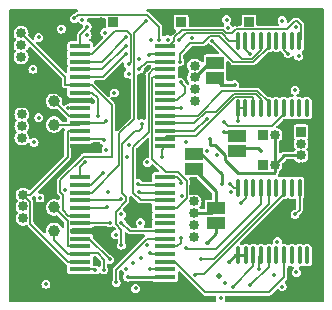
<source format=gbl>
%TF.GenerationSoftware,KiCad,Pcbnew,7.0.5*%
%TF.CreationDate,2023-06-11T19:33:25+08:00*%
%TF.ProjectId,DiveCAN Head,44697665-4341-44e2-9048-6561642e6b69,rev?*%
%TF.SameCoordinates,Original*%
%TF.FileFunction,Copper,L4,Bot*%
%TF.FilePolarity,Positive*%
%FSLAX46Y46*%
G04 Gerber Fmt 4.6, Leading zero omitted, Abs format (unit mm)*
G04 Created by KiCad (PCBNEW 7.0.5) date 2023-06-11 19:33:25*
%MOMM*%
%LPD*%
G01*
G04 APERTURE LIST*
G04 Aperture macros list*
%AMRoundRect*
0 Rectangle with rounded corners*
0 $1 Rounding radius*
0 $2 $3 $4 $5 $6 $7 $8 $9 X,Y pos of 4 corners*
0 Add a 4 corners polygon primitive as box body*
4,1,4,$2,$3,$4,$5,$6,$7,$8,$9,$2,$3,0*
0 Add four circle primitives for the rounded corners*
1,1,$1+$1,$2,$3*
1,1,$1+$1,$4,$5*
1,1,$1+$1,$6,$7*
1,1,$1+$1,$8,$9*
0 Add four rect primitives between the rounded corners*
20,1,$1+$1,$2,$3,$4,$5,0*
20,1,$1+$1,$4,$5,$6,$7,0*
20,1,$1+$1,$6,$7,$8,$9,0*
20,1,$1+$1,$8,$9,$2,$3,0*%
G04 Aperture macros list end*
%TA.AperFunction,SMDPad,CuDef*%
%ADD10R,1.750000X0.450000*%
%TD*%
%TA.AperFunction,ComponentPad*%
%ADD11R,0.850000X0.850000*%
%TD*%
%TA.AperFunction,ComponentPad*%
%ADD12O,0.850000X0.850000*%
%TD*%
%TA.AperFunction,SMDPad,CuDef*%
%ADD13C,1.000000*%
%TD*%
%TA.AperFunction,SMDPad,CuDef*%
%ADD14R,1.500000X1.000000*%
%TD*%
%TA.AperFunction,SMDPad,CuDef*%
%ADD15RoundRect,0.100000X-0.100000X0.637500X-0.100000X-0.637500X0.100000X-0.637500X0.100000X0.637500X0*%
%TD*%
%TA.AperFunction,ViaPad*%
%ADD16C,0.350000*%
%TD*%
%TA.AperFunction,ViaPad*%
%ADD17C,0.500000*%
%TD*%
%TA.AperFunction,Conductor*%
%ADD18C,0.127000*%
%TD*%
%TA.AperFunction,Conductor*%
%ADD19C,0.254000*%
%TD*%
%TA.AperFunction,Conductor*%
%ADD20C,0.250000*%
%TD*%
G04 APERTURE END LIST*
D10*
%TO.P,U10,1,PA7*%
%TO.N,/Controller B/CLK*%
X113300000Y-106450000D03*
%TO.P,U10,2,PC0*%
%TO.N,/Controller B/SSC2_RX*%
X113300000Y-107100000D03*
%TO.P,U10,3,PC1*%
%TO.N,/SSC2_TX*%
X113300000Y-107750000D03*
%TO.P,U10,4,PC2*%
%TO.N,/Controller A/SDA*%
X113300000Y-108400000D03*
%TO.P,U10,5,PC3*%
%TO.N,/Controller A/SCL*%
X113300000Y-109050000D03*
%TO.P,U10,6,PD0*%
%TO.N,unconnected-(U10-PD0-Pad6)*%
X113300000Y-109700000D03*
%TO.P,U10,7,PD1*%
%TO.N,unconnected-(U10-PD1-Pad7)*%
X113300000Y-110350000D03*
%TO.P,U10,8,PD2*%
%TO.N,/Controller A/RST*%
X113300000Y-111000000D03*
%TO.P,U10,9,PD3*%
%TO.N,/Controller B/SOLENOID*%
X113300000Y-111650000D03*
%TO.P,U10,10,PD4*%
%TO.N,Net-(U10-PD4)*%
X113300000Y-112300000D03*
%TO.P,U10,11,PD5*%
%TO.N,Net-(U10-PD5)*%
X113300000Y-112950000D03*
%TO.P,U10,12,PD6*%
%TO.N,Net-(U10-PD6)*%
X113300000Y-113600000D03*
%TO.P,U10,13,PD7*%
%TO.N,Net-(U10-PD7)*%
X113300000Y-114250000D03*
%TO.P,U10,14,VDD*%
%TO.N,/BUS_B*%
X113300000Y-114900000D03*
%TO.P,U10,15,GND*%
%TO.N,GNDREF*%
X106100000Y-114900000D03*
%TO.P,U10,16,PF0_(XTAL32K1)*%
%TO.N,/Controller B/SSC3_RX*%
X106100000Y-114250000D03*
%TO.P,U10,17,PF1_(XTAP32K2)*%
%TO.N,/SSC3_TX*%
X106100000Y-113600000D03*
%TO.P,U10,18,PF6_(~{RESET})*%
%TO.N,/Controller B/RST*%
X106100000Y-112950000D03*
%TO.P,U10,19,PF7_(UPDI)*%
%TO.N,/Controller B/UPDI*%
X106100000Y-112300000D03*
%TO.P,U10,20,VDD*%
%TO.N,/BUS_B*%
X106100000Y-111650000D03*
%TO.P,U10,21,GND*%
%TO.N,GNDREF*%
X106100000Y-111000000D03*
%TO.P,U10,22,PA0_(XTALHF1)*%
%TO.N,/Controller B/SSC1_RX*%
X106100000Y-110350000D03*
%TO.P,U10,23,PA1_(XTALHF2)*%
%TO.N,/SSC1_TX*%
X106100000Y-109700000D03*
%TO.P,U10,24,PA2*%
%TO.N,/C1_B*%
X106100000Y-109050000D03*
%TO.P,U10,25,PA3*%
%TO.N,/C2_B*%
X106100000Y-108400000D03*
%TO.P,U10,26,PA4*%
%TO.N,/C3_B*%
X106100000Y-107750000D03*
%TO.P,U10,27,PA5*%
%TO.N,Net-(U10-PA5)*%
X106100000Y-107100000D03*
%TO.P,U10,28,PA6*%
%TO.N,/Controller B/SOLENOID_RET*%
X106100000Y-106450000D03*
%TD*%
D11*
%TO.P,J11,1,Pin_1*%
%TO.N,Net-(J11-Pin_1)*%
X120400000Y-93300000D03*
D12*
%TO.P,J11,2,Pin_2*%
%TO.N,GNDREF*%
X119400000Y-93300000D03*
%TD*%
D11*
%TO.P,J2,1,Pin_1*%
%TO.N,Net-(J2-Pin_1)*%
X108900000Y-93300000D03*
D12*
%TO.P,J2,2,Pin_2*%
%TO.N,GNDREF*%
X107900000Y-93300000D03*
%TD*%
D11*
%TO.P,J1,1,Pin_1*%
%TO.N,Net-(J1-Pin_1)*%
X114655000Y-93300000D03*
D12*
%TO.P,J1,2,Pin_2*%
%TO.N,GNDREF*%
X113655000Y-93300000D03*
%TD*%
D11*
%TO.P,J3,1,Pin_1*%
%TO.N,/Controller A/SOLENOID_RET*%
X121600000Y-102900000D03*
D12*
%TO.P,J3,2,Pin_2*%
%TO.N,/BUS_SOLENOID*%
X122600000Y-102900000D03*
%TD*%
D13*
%TO.P,TP1,1,1*%
%TO.N,GNDREF*%
X102800000Y-104800000D03*
%TD*%
D11*
%TO.P,J7,1,Pin_1*%
%TO.N,GNDREF*%
X101270001Y-106925000D03*
D12*
%TO.P,J7,2,Pin_2*%
%TO.N,/SSC3_TX*%
X101270001Y-107925000D03*
%TO.P,J7,3,Pin_3*%
%TO.N,/SSC3_RX*%
X101270001Y-108925000D03*
%TO.P,J7,4,Pin_4*%
%TO.N,Net-(J7-Pin_4)*%
X101270001Y-109925000D03*
%TD*%
D11*
%TO.P,J5,1,Pin_1*%
%TO.N,GNDREF*%
X101100000Y-93260000D03*
D12*
%TO.P,J5,2,Pin_2*%
%TO.N,/SSC1_TX*%
X101100000Y-94260000D03*
%TO.P,J5,3,Pin_3*%
%TO.N,/SSC1_RX*%
X101100000Y-95260000D03*
%TO.P,J5,4,Pin_4*%
%TO.N,Net-(J5-Pin_4)*%
X101100000Y-96260000D03*
%TD*%
D11*
%TO.P,J6,1,Pin_1*%
%TO.N,GNDREF*%
X101167498Y-100125000D03*
D12*
%TO.P,J6,2,Pin_2*%
%TO.N,/SSC2_TX*%
X101167498Y-101125000D03*
%TO.P,J6,3,Pin_3*%
%TO.N,/SSC2_RX*%
X101167498Y-102125000D03*
%TO.P,J6,4,Pin_4*%
%TO.N,Net-(J6-Pin_4)*%
X101167498Y-103125000D03*
%TD*%
D11*
%TO.P,J4,1,Pin_1*%
%TO.N,/IN_A*%
X124800000Y-102600000D03*
D12*
%TO.P,J4,2,Pin_2*%
%TO.N,/IN_B*%
X124800000Y-103600000D03*
%TO.P,J4,3,Pin_3*%
%TO.N,/BUS_SOLENOID*%
X124800000Y-104600000D03*
%TO.P,J4,4,Pin_4*%
%TO.N,GNDREF*%
X124800000Y-105600000D03*
%TD*%
D11*
%TO.P,J8,1,Pin_1*%
%TO.N,GNDREF*%
X115800000Y-96000000D03*
D12*
%TO.P,J8,2,Pin_2*%
%TO.N,Net-(J8-Pin_2)*%
X115800000Y-97000000D03*
%TO.P,J8,3,Pin_3*%
%TO.N,/CAN_A_PWR*%
X115800000Y-98000000D03*
%TO.P,J8,4,Pin_4*%
%TO.N,/~{EN_A}*%
X115800000Y-99000000D03*
%TO.P,J8,5,Pin_5*%
%TO.N,Net-(J8-Pin_5)*%
X115800000Y-100000000D03*
%TD*%
D11*
%TO.P,J9,1,Pin_1*%
%TO.N,GNDREF*%
X115750000Y-107500000D03*
D12*
%TO.P,J9,2,Pin_2*%
%TO.N,Net-(J9-Pin_2)*%
X115750000Y-108500000D03*
%TO.P,J9,3,Pin_3*%
%TO.N,/CAN_B_PWR*%
X115750000Y-109500000D03*
%TO.P,J9,4,Pin_4*%
%TO.N,/~{EN_B}*%
X115750000Y-110500000D03*
%TO.P,J9,5,Pin_5*%
%TO.N,Net-(J9-Pin_5)*%
X115750000Y-111500000D03*
%TD*%
%TO.P,J10,2,Pin_2*%
%TO.N,/BUS_SOLENOID*%
X122600000Y-105400000D03*
D11*
%TO.P,J10,1,Pin_1*%
%TO.N,/Controller B/SOLENOID_RET*%
X121600000Y-105400000D03*
%TD*%
D13*
%TO.P,TP13,1,1*%
%TO.N,/Controller B/RST*%
X103900000Y-111000000D03*
%TD*%
D14*
%TO.P,JP5,1,A*%
%TO.N,/IN_A*%
X119400000Y-104250000D03*
%TO.P,JP5,2,B*%
%TO.N,/CAN_A_PWR*%
X119400000Y-102950000D03*
%TD*%
%TO.P,JP2,1,A*%
%TO.N,/BUS_B*%
X117600000Y-110350000D03*
%TO.P,JP2,2,B*%
%TO.N,/CAN_B_PWR*%
X117600000Y-109050000D03*
%TD*%
D13*
%TO.P,TP11,1,1*%
%TO.N,/Controller A/UPDI*%
X103900000Y-100000000D03*
%TD*%
D14*
%TO.P,JP6,1,A*%
%TO.N,/IN_B*%
X115700000Y-104450000D03*
%TO.P,JP6,2,B*%
%TO.N,/CAN_B_PWR*%
X115700000Y-105750000D03*
%TD*%
D13*
%TO.P,TP10,1,1*%
%TO.N,/Controller A/RST*%
X103900000Y-102000000D03*
%TD*%
D15*
%TO.P,U8,1,TXCAN*%
%TO.N,Net-(U8-TXCAN)*%
X119450000Y-94875000D03*
%TO.P,U8,2,RXCAN*%
%TO.N,Net-(U8-RXCAN)*%
X120100000Y-94875000D03*
%TO.P,U8,3,CLKOUT/SOF*%
%TO.N,unconnected-(U8-CLKOUT{slash}SOF-Pad3)*%
X120750000Y-94875000D03*
%TO.P,U8,4,~{TX0RTS}*%
%TO.N,/Controller A/SSC1_PWR*%
X121400000Y-94875000D03*
%TO.P,U8,5,~{TX1RTS}*%
%TO.N,/Controller A/SSC2_PWR*%
X122050000Y-94875000D03*
%TO.P,U8,6*%
%TO.N,N/C*%
X122700000Y-94875000D03*
%TO.P,U8,7,~{TX2RTS}*%
%TO.N,/Controller A/SSC3_PWR*%
X123350000Y-94875000D03*
%TO.P,U8,8,OSC2*%
%TO.N,unconnected-(U8-OSC2-Pad8)*%
X124000000Y-94875000D03*
%TO.P,U8,9,OSC1*%
%TO.N,/Controller A/CLK*%
X124650000Y-94875000D03*
%TO.P,U8,10,VSS*%
%TO.N,GNDREF*%
X125300000Y-94875000D03*
%TO.P,U8,11,~{RX1BF}*%
%TO.N,unconnected-(U8-~{RX1BF}-Pad11)*%
X125300000Y-100600000D03*
%TO.P,U8,12,~{RX0BF}*%
%TO.N,unconnected-(U8-~{RX0BF}-Pad12)*%
X124650000Y-100600000D03*
%TO.P,U8,13,~{INT}*%
%TO.N,unconnected-(U8-~{INT}-Pad13)*%
X124000000Y-100600000D03*
%TO.P,U8,14,SCK*%
%TO.N,Net-(U7-PD6)*%
X123350000Y-100600000D03*
%TO.P,U8,15*%
%TO.N,N/C*%
X122700000Y-100600000D03*
%TO.P,U8,16,SI*%
%TO.N,Net-(U7-PD4)*%
X122050000Y-100600000D03*
%TO.P,U8,17,SO*%
%TO.N,Net-(U7-PD5)*%
X121400000Y-100600000D03*
%TO.P,U8,18,~{CS}*%
%TO.N,Net-(U7-PD7)*%
X120750000Y-100600000D03*
%TO.P,U8,19,~{RESET}*%
%TO.N,/BUS_A*%
X120100000Y-100600000D03*
%TO.P,U8,20,VDD*%
X119450000Y-100600000D03*
%TD*%
D14*
%TO.P,JP1,1,A*%
%TO.N,/BUS_A*%
X117500000Y-98050000D03*
%TO.P,JP1,2,B*%
%TO.N,/CAN_A_PWR*%
X117500000Y-96750000D03*
%TD*%
D15*
%TO.P,U11,1,TXCAN*%
%TO.N,Net-(U11-TXCAN)*%
X119475000Y-107337500D03*
%TO.P,U11,2,RXCAN*%
%TO.N,Net-(U11-RXCAN)*%
X120125000Y-107337500D03*
%TO.P,U11,3,CLKOUT/SOF*%
%TO.N,unconnected-(U11-CLKOUT{slash}SOF-Pad3)*%
X120775000Y-107337500D03*
%TO.P,U11,4,~{TX0RTS}*%
%TO.N,/Controller B/SSC1_PWR*%
X121425000Y-107337500D03*
%TO.P,U11,5,~{TX1RTS}*%
%TO.N,/Controller B/SSC2_PWR*%
X122075000Y-107337500D03*
%TO.P,U11,6*%
%TO.N,N/C*%
X122725000Y-107337500D03*
%TO.P,U11,7,~{TX2RTS}*%
%TO.N,/Controller B/SSC3_PWR*%
X123375000Y-107337500D03*
%TO.P,U11,8,OSC2*%
%TO.N,unconnected-(U11-OSC2-Pad8)*%
X124025000Y-107337500D03*
%TO.P,U11,9,OSC1*%
%TO.N,/Controller B/CLK*%
X124675000Y-107337500D03*
%TO.P,U11,10,VSS*%
%TO.N,GNDREF*%
X125325000Y-107337500D03*
%TO.P,U11,11,~{RX1BF}*%
%TO.N,unconnected-(U11-~{RX1BF}-Pad11)*%
X125325000Y-113062500D03*
%TO.P,U11,12,~{RX0BF}*%
%TO.N,unconnected-(U11-~{RX0BF}-Pad12)*%
X124675000Y-113062500D03*
%TO.P,U11,13,~{INT}*%
%TO.N,unconnected-(U11-~{INT}-Pad13)*%
X124025000Y-113062500D03*
%TO.P,U11,14,SCK*%
%TO.N,Net-(U10-PD6)*%
X123375000Y-113062500D03*
%TO.P,U11,15*%
%TO.N,N/C*%
X122725000Y-113062500D03*
%TO.P,U11,16,SI*%
%TO.N,Net-(U10-PD4)*%
X122075000Y-113062500D03*
%TO.P,U11,17,SO*%
%TO.N,Net-(U10-PD5)*%
X121425000Y-113062500D03*
%TO.P,U11,18,~{CS}*%
%TO.N,Net-(U10-PD7)*%
X120775000Y-113062500D03*
%TO.P,U11,19,~{RESET}*%
%TO.N,/BUS_B*%
X120125000Y-113062500D03*
%TO.P,U11,20,VDD*%
X119475000Y-113062500D03*
%TD*%
D10*
%TO.P,U7,1,PA7*%
%TO.N,/Controller A/CLK*%
X113300000Y-95375000D03*
%TO.P,U7,2,PC0*%
%TO.N,/Controller A/SSC2_RX*%
X113300000Y-96025000D03*
%TO.P,U7,3,PC1*%
%TO.N,/SSC2_TX*%
X113300000Y-96675000D03*
%TO.P,U7,4,PC2*%
%TO.N,/Controller A/SDA*%
X113300000Y-97325000D03*
%TO.P,U7,5,PC3*%
%TO.N,/Controller A/SCL*%
X113300000Y-97975000D03*
%TO.P,U7,6,PD0*%
%TO.N,unconnected-(U7-PD0-Pad6)*%
X113300000Y-98625000D03*
%TO.P,U7,7,PD1*%
%TO.N,unconnected-(U7-PD1-Pad7)*%
X113300000Y-99275000D03*
%TO.P,U7,8,PD2*%
%TO.N,/Controller B/RST*%
X113300000Y-99925000D03*
%TO.P,U7,9,PD3*%
%TO.N,/Controller A/SOLENOID*%
X113300000Y-100575000D03*
%TO.P,U7,10,PD4*%
%TO.N,Net-(U7-PD4)*%
X113300000Y-101225000D03*
%TO.P,U7,11,PD5*%
%TO.N,Net-(U7-PD5)*%
X113300000Y-101875000D03*
%TO.P,U7,12,PD6*%
%TO.N,Net-(U7-PD6)*%
X113300000Y-102525000D03*
%TO.P,U7,13,PD7*%
%TO.N,Net-(U7-PD7)*%
X113300000Y-103175000D03*
%TO.P,U7,14,VDD*%
%TO.N,/BUS_A*%
X113300000Y-103825000D03*
%TO.P,U7,15,GND*%
%TO.N,GNDREF*%
X106100000Y-103825000D03*
%TO.P,U7,16,PF0_(XTAL32K1)*%
%TO.N,/Controller A/SSC3_RX*%
X106100000Y-103175000D03*
%TO.P,U7,17,PF1_(XTAP32K2)*%
%TO.N,/SSC3_TX*%
X106100000Y-102525000D03*
%TO.P,U7,18,PF6_(~{RESET})*%
%TO.N,/Controller A/RST*%
X106100000Y-101875000D03*
%TO.P,U7,19,PF7_(UPDI)*%
%TO.N,/Controller A/UPDI*%
X106100000Y-101225000D03*
%TO.P,U7,20,VDD*%
%TO.N,/BUS_A*%
X106100000Y-100575000D03*
%TO.P,U7,21,GND*%
%TO.N,GNDREF*%
X106100000Y-99925000D03*
%TO.P,U7,22,PA0_(XTALHF1)*%
%TO.N,/Controller A/SSC1_RX*%
X106100000Y-99275000D03*
%TO.P,U7,23,PA1_(XTALHF2)*%
%TO.N,/SSC1_TX*%
X106100000Y-98625000D03*
%TO.P,U7,24,PA2*%
%TO.N,/C1_A*%
X106100000Y-97975000D03*
%TO.P,U7,25,PA3*%
%TO.N,/C2_A*%
X106100000Y-97325000D03*
%TO.P,U7,26,PA4*%
%TO.N,/C3_A*%
X106100000Y-96675000D03*
%TO.P,U7,27,PA5*%
%TO.N,Net-(U7-PA5)*%
X106100000Y-96025000D03*
%TO.P,U7,28,PA6*%
%TO.N,/Controller A/SOLENOID_RET*%
X106100000Y-95375000D03*
%TD*%
D13*
%TO.P,TP14,1,1*%
%TO.N,/Controller B/UPDI*%
X103900000Y-109000000D03*
%TD*%
D16*
%TO.N,/BUS_A*%
X124600000Y-96200000D03*
%TO.N,GNDREF*%
X100975000Y-97600000D03*
X126250000Y-103500000D03*
X125575000Y-116375000D03*
X107900000Y-115575000D03*
X101050000Y-114450000D03*
X111200000Y-100075000D03*
%TO.N,Net-(U10-PD5)*%
X121275000Y-114175000D03*
%TO.N,Net-(U10-PD7)*%
X119050000Y-115700000D03*
%TO.N,/BUS_A*%
X113000000Y-104775000D03*
%TO.N,/Controller A/SSC1_PWR*%
X114550000Y-96650000D03*
%TO.N,/Controller B/RST*%
X114600000Y-98400000D03*
%TO.N,Net-(Q1-G)*%
X111100000Y-96400000D03*
X113500000Y-94800000D03*
%TO.N,/Controller B/SOLENOID_RET*%
X117700000Y-104550000D03*
%TO.N,/Controller A/SOLENOID_RET*%
X116850000Y-104250000D03*
%TO.N,/BUS_SOLENOID*%
X117100000Y-103200000D03*
%TO.N,/Controller B/SOLENOID*%
X109150000Y-115350000D03*
%TO.N,Net-(Q2-G)*%
X110800000Y-115850000D03*
%TO.N,/Controller A/SSC3_PWR*%
X115050000Y-103500000D03*
%TO.N,GNDREF*%
X111900000Y-110300000D03*
%TO.N,/Controller B/RST*%
X112800000Y-94800000D03*
X105600000Y-93000000D03*
X108100000Y-114300000D03*
%TO.N,/SSC1_PWR*%
X109600000Y-112200000D03*
%TO.N,/Controller A/SOLENOID_RET*%
X108500000Y-107700000D03*
%TO.N,/C1_B*%
X108400000Y-109000000D03*
%TO.N,/Controller A/RST*%
X109600000Y-110300000D03*
X108300000Y-101700000D03*
%TO.N,GNDREF*%
X124100000Y-115200000D03*
%TO.N,/BUS_B*%
X116800000Y-112000000D03*
X122500000Y-114700000D03*
%TO.N,Net-(Q2-G)*%
X114700000Y-108000000D03*
%TO.N,/Controller B/CLK*%
X114600000Y-106919000D03*
%TO.N,Net-(U11-TXCAN)*%
X118800000Y-107000000D03*
X111200000Y-110300000D03*
%TO.N,Net-(U11-RXCAN)*%
X119700000Y-108600000D03*
X111800000Y-112200000D03*
%TO.N,/SSC2_TX*%
X111100000Y-107700000D03*
%TO.N,/BUS_B*%
X118700000Y-113600000D03*
X110115222Y-114900000D03*
%TO.N,Net-(U10-PD4)*%
X120500000Y-115600000D03*
X114600000Y-111600000D03*
%TO.N,/Controller A/SSC2_PWR*%
X117300000Y-94900000D03*
%TO.N,/BUS_A*%
X119500000Y-101700000D03*
X119200000Y-98600000D03*
%TO.N,/IN_B*%
X118100000Y-107000000D03*
%TO.N,/IN_A*%
X121450000Y-104250000D03*
%TO.N,/CAN_A_PWR*%
X118300000Y-102600000D03*
%TO.N,/IN_B*%
X118400000Y-115400000D03*
%TO.N,/~{EN_A}*%
X122800000Y-111900000D03*
%TO.N,/Controller A/SOLENOID*%
X114600000Y-100600000D03*
%TO.N,/Controller A/SOLENOID_RET*%
X106700000Y-93700000D03*
%TO.N,/Controller B/SOLENOID_RET*%
X106500000Y-105200000D03*
%TO.N,Net-(U7-PD6)*%
X118300000Y-101800000D03*
X116800000Y-101500000D03*
%TO.N,GNDREF*%
X111500000Y-103800000D03*
%TO.N,/SSC2_RX*%
X111800000Y-105200000D03*
%TO.N,Net-(U7-PA5)*%
X110200000Y-96900000D03*
%TO.N,Net-(U8-TXCAN)*%
X114500000Y-94800000D03*
%TO.N,Net-(U8-RXCAN)*%
X120500000Y-96000000D03*
X109000000Y-99300000D03*
%TO.N,GNDREF*%
X125400000Y-93200000D03*
%TO.N,/Controller B/CLK*%
X124300000Y-109600000D03*
%TO.N,GNDREF*%
X109400000Y-112900000D03*
X108400000Y-98600000D03*
X102100000Y-99500000D03*
%TO.N,/C2_B*%
X108200000Y-94200000D03*
%TO.N,/~{EN_B}*%
X123200000Y-115700000D03*
%TO.N,Net-(U10-PA5)*%
X108000000Y-106100000D03*
%TO.N,Net-(U13-EN)*%
X124400000Y-114500000D03*
X124300000Y-99100000D03*
%TO.N,Net-(U16-EN)*%
X118900000Y-107700000D03*
X118000000Y-116700000D03*
D17*
%TO.N,/IN_A*%
X117900000Y-114800000D03*
D16*
%TO.N,GNDREF*%
X106900000Y-104200000D03*
%TO.N,/BUS_B*%
X109600000Y-109600000D03*
X108607611Y-113392389D03*
%TO.N,GNDREF*%
X103600000Y-113000000D03*
X107400000Y-113300000D03*
%TO.N,/C1_B*%
X106300000Y-93100000D03*
%TO.N,/C2_B*%
X109586500Y-108286500D03*
%TO.N,/SSC1_PWR*%
X110200000Y-97713500D03*
X102100000Y-97300000D03*
%TO.N,/SSC2_PWR*%
X102200000Y-103500000D03*
%TO.N,/SSC1_PWR*%
X111300000Y-101900000D03*
%TO.N,/SSC2_PWR*%
X110200000Y-103700000D03*
%TO.N,/SSC3_PWR*%
X110100000Y-104700000D03*
X110000000Y-114200000D03*
%TO.N,/SSC2_PWR*%
X110600000Y-113700000D03*
%TO.N,/SSC1_PWR*%
X111213500Y-113313500D03*
%TO.N,/SSC1_RX*%
X106700000Y-94400000D03*
X108300000Y-104100000D03*
X109100000Y-111300000D03*
%TO.N,/SSC2_TX*%
X111100000Y-97300000D03*
%TO.N,/C1_B*%
X123200000Y-93200000D03*
%TO.N,/C3_B*%
X111700000Y-93200000D03*
%TO.N,/C2_A*%
X118600000Y-93800000D03*
%TO.N,/C2_B*%
X118500000Y-93100000D03*
%TO.N,/SSC2_RX*%
X112100000Y-94800000D03*
%TO.N,/C1_A*%
X124400000Y-93700000D03*
%TO.N,/C3_A*%
X110000000Y-94600000D03*
%TO.N,/C2_A*%
X110000000Y-95300000D03*
%TO.N,/C1_A*%
X110000000Y-96000000D03*
%TO.N,/BUS_A*%
X105100000Y-100600000D03*
X104800000Y-107500000D03*
X104500000Y-93900000D03*
%TO.N,/BUS_B*%
X103200000Y-115500000D03*
X102600000Y-94600000D03*
X102600000Y-101400000D03*
X102700000Y-108200000D03*
%TO.N,GNDREF*%
X102300000Y-102800000D03*
X104000000Y-106600000D03*
%TO.N,/Controller A/SSC3_PWR*%
X115600000Y-94700000D03*
X123700000Y-96000000D03*
%TO.N,/Controller A/SSC2_RX*%
X111900000Y-96100000D03*
%TO.N,/Controller A/SSC3_RX*%
X108100000Y-103300000D03*
%TO.N,/Controller B/SSC3_PWR*%
X115800000Y-114700000D03*
%TO.N,/Controller B/SSC1_PWR*%
X115100000Y-112400000D03*
%TO.N,/Controller B/SSC2_PWR*%
X116300000Y-113400000D03*
%TO.N,Net-(U10-PD5)*%
X112000000Y-112900000D03*
%TO.N,Net-(U10-PD7)*%
X112000000Y-114200000D03*
%TO.N,/Controller A/SSC1_RX*%
X107600000Y-101300000D03*
%TO.N,/Controller B/SSC2_RX*%
X111000000Y-107000000D03*
%TO.N,/Controller B/SSC1_RX*%
X108600000Y-110300000D03*
%TO.N,/Controller B/SSC3_RX*%
X107400000Y-114300000D03*
%TD*%
D18*
%TO.N,Net-(U10-PD5)*%
X121275000Y-114175000D02*
X121275000Y-113212500D01*
X121275000Y-113212500D02*
X121425000Y-113062500D01*
%TO.N,Net-(U10-PD7)*%
X119050000Y-115700000D02*
X120775000Y-113975000D01*
X120775000Y-113975000D02*
X120775000Y-113062500D01*
%TO.N,/BUS_A*%
X113000000Y-104125000D02*
X113300000Y-103825000D01*
X113000000Y-104775000D02*
X113000000Y-104125000D01*
%TO.N,/Controller A/SSC1_PWR*%
X114550000Y-95992222D02*
X114550000Y-96650000D01*
X115428722Y-95113500D02*
X114550000Y-95992222D01*
%TO.N,/Controller B/RST*%
X114951000Y-98776000D02*
X114575000Y-98400000D01*
X114951000Y-99276000D02*
X114951000Y-98776000D01*
X114302000Y-99925000D02*
X114951000Y-99276000D01*
X113300000Y-99925000D02*
X114302000Y-99925000D01*
%TO.N,/Controller A/CLK*%
X114086500Y-94913500D02*
X114086500Y-94588500D01*
X113625000Y-95375000D02*
X114086500Y-94913500D01*
X114086500Y-94588500D02*
X114696500Y-93978500D01*
D19*
%TO.N,/BUS_SOLENOID*%
X117100000Y-103200000D02*
X117100000Y-103708000D01*
X117100000Y-103708000D02*
X117532580Y-103708000D01*
X122522040Y-106079000D02*
X122600000Y-106001040D01*
X117532580Y-103708000D02*
X118350000Y-104525420D01*
X118350000Y-104525420D02*
X118350000Y-104958000D01*
X118350000Y-104958000D02*
X119471000Y-106079000D01*
X119471000Y-106079000D02*
X122522040Y-106079000D01*
X122600000Y-106001040D02*
X122600000Y-105400000D01*
D18*
%TO.N,/Controller B/SOLENOID*%
X111765222Y-111650000D02*
X113300000Y-111650000D01*
X109150000Y-115350000D02*
X109150000Y-114265222D01*
X109150000Y-114265222D02*
X111765222Y-111650000D01*
%TO.N,/Controller A/SSC1_PWR*%
X117128722Y-94486500D02*
X117840500Y-94486500D01*
X121400000Y-95664119D02*
X121400000Y-94875000D01*
X115428722Y-95113500D02*
X116501722Y-95113500D01*
X116501722Y-95113500D02*
X117128722Y-94486500D01*
X120869329Y-96215449D02*
X120869329Y-96194790D01*
X117840500Y-94486500D02*
X119767500Y-96413500D01*
X119767500Y-96413500D02*
X120671278Y-96413500D01*
X120671278Y-96413500D02*
X120869329Y-96215449D01*
X120869329Y-96194790D02*
X121400000Y-95664119D01*
%TO.N,/Controller B/RST*%
X105915500Y-92684500D02*
X105600000Y-93000000D01*
X112800000Y-94800000D02*
X112800000Y-93715222D01*
X112800000Y-93715222D02*
X111769278Y-92684500D01*
X111769278Y-92684500D02*
X105915500Y-92684500D01*
X108100000Y-113415222D02*
X108100000Y-114300000D01*
X107571278Y-112886500D02*
X108100000Y-113415222D01*
X106163500Y-112886500D02*
X107571278Y-112886500D01*
%TO.N,/Controller A/RST*%
X109600000Y-110300000D02*
X110300000Y-111000000D01*
X110300000Y-111000000D02*
X113300000Y-111000000D01*
%TO.N,/SSC1_PWR*%
X109600000Y-110884778D02*
X109100000Y-110384778D01*
X109100000Y-109357778D02*
X110000000Y-108457778D01*
X110000000Y-108457778D02*
X110000000Y-108115222D01*
X109600000Y-112200000D02*
X109600000Y-110884778D01*
X109100000Y-110384778D02*
X109100000Y-109357778D01*
X110000000Y-108115222D02*
X109686500Y-107801722D01*
%TO.N,/C1_B*%
X108350000Y-109050000D02*
X106100000Y-109050000D01*
X108400000Y-109000000D02*
X108350000Y-109050000D01*
%TO.N,/Controller A/RST*%
X106100000Y-101875000D02*
X108125000Y-101875000D01*
X108125000Y-101875000D02*
X108300000Y-101700000D01*
D19*
%TO.N,/BUS_B*%
X117600000Y-110350000D02*
X117600000Y-111200000D01*
X117600000Y-111200000D02*
X116800000Y-112000000D01*
D18*
%TO.N,/Controller A/SCL*%
X113300000Y-109050000D02*
X114302000Y-109050000D01*
X114302000Y-109050000D02*
X115113500Y-108238500D01*
X115113500Y-108238500D02*
X115113500Y-106782500D01*
X114365500Y-106034500D02*
X113334500Y-106034500D01*
X115113500Y-106782500D02*
X114365500Y-106034500D01*
X113334500Y-106034500D02*
X112200000Y-104900000D01*
X112200000Y-104900000D02*
X112200000Y-98073000D01*
X112298000Y-97975000D02*
X113300000Y-97975000D01*
X112200000Y-98073000D02*
X112298000Y-97975000D01*
%TO.N,Net-(U11-TXCAN)*%
X119475000Y-107337500D02*
X119137500Y-107337500D01*
X119137500Y-107337500D02*
X118800000Y-107000000D01*
%TO.N,Net-(U11-RXCAN)*%
X119700000Y-108600000D02*
X120125000Y-108175000D01*
X120125000Y-108175000D02*
X120125000Y-107337500D01*
%TO.N,/SSC2_TX*%
X111150000Y-107750000D02*
X111100000Y-107700000D01*
X113300000Y-107750000D02*
X111150000Y-107750000D01*
D19*
%TO.N,/BUS_B*%
X113300000Y-114900000D02*
X110300000Y-114900000D01*
X119475000Y-113062500D02*
X119237500Y-113062500D01*
X110300000Y-114900000D02*
X110115222Y-114900000D01*
X119237500Y-113062500D02*
X118700000Y-113600000D01*
X120125000Y-113062500D02*
X119475000Y-113062500D01*
D18*
%TO.N,Net-(U10-PD4)*%
X120500000Y-115600000D02*
X122075000Y-114025000D01*
X122075000Y-114025000D02*
X122075000Y-113062500D01*
X114600000Y-112002000D02*
X114600000Y-111600000D01*
X114302000Y-112300000D02*
X114600000Y-112002000D01*
X113300000Y-112300000D02*
X114302000Y-112300000D01*
%TO.N,/Controller A/CLK*%
X123584500Y-93915500D02*
X124300000Y-93200000D01*
X114696500Y-93978500D02*
X118193722Y-93978500D01*
X118193722Y-93978500D02*
X118428722Y-94213500D01*
X124813500Y-93528722D02*
X124813500Y-94711500D01*
X118428722Y-94213500D02*
X118963171Y-94213500D01*
X118963171Y-94213500D02*
X119261171Y-93915500D01*
X124300000Y-93200000D02*
X124484778Y-93200000D01*
X119261171Y-93915500D02*
X123584500Y-93915500D01*
X124484778Y-93200000D02*
X124813500Y-93528722D01*
X124813500Y-94711500D02*
X124650000Y-94875000D01*
%TO.N,Net-(U8-TXCAN)*%
X115067500Y-94232500D02*
X118088512Y-94232500D01*
X114500000Y-94800000D02*
X115067500Y-94232500D01*
X118088512Y-94232500D02*
X118731012Y-94875000D01*
%TO.N,/Controller A/SSC2_PWR*%
X119067500Y-96667500D02*
X117300000Y-94900000D01*
%TO.N,Net-(U8-TXCAN)*%
X118731012Y-94875000D02*
X119450000Y-94875000D01*
%TO.N,/Controller A/SSC2_PWR*%
X119067500Y-96667500D02*
X120776488Y-96667500D01*
X120776488Y-96667500D02*
X122050000Y-95393988D01*
D19*
%TO.N,/BUS_A*%
X119200000Y-98600000D02*
X118050000Y-98600000D01*
X118050000Y-98600000D02*
X117500000Y-98050000D01*
D18*
%TO.N,Net-(U7-PD6)*%
X123350000Y-101098329D02*
X122334829Y-102113500D01*
X122334829Y-102113500D02*
X118613500Y-102113500D01*
X118613500Y-102113500D02*
X118300000Y-101800000D01*
%TO.N,/BUS_A*%
X119500000Y-101700000D02*
X119500000Y-100650000D01*
D19*
%TO.N,/IN_B*%
X118100000Y-106180646D02*
X118100000Y-107000000D01*
X115700000Y-104450000D02*
X116369354Y-104450000D01*
X116369354Y-104450000D02*
X118100000Y-106180646D01*
%TO.N,/IN_A*%
X119400000Y-103950000D02*
X121150000Y-103950000D01*
X121150000Y-103950000D02*
X121450000Y-104250000D01*
%TO.N,/CAN_A_PWR*%
X118300000Y-102600000D02*
X119350000Y-102600000D01*
X115800000Y-98000000D02*
X117050000Y-96750000D01*
%TO.N,/CAN_B_PWR*%
X117600000Y-109050000D02*
X117600000Y-107650000D01*
X117600000Y-107650000D02*
X115700000Y-105750000D01*
X115750000Y-109500000D02*
X117150000Y-109500000D01*
X117150000Y-109500000D02*
X117600000Y-109050000D01*
%TO.N,/BUS_SOLENOID*%
X122600000Y-105400000D02*
X123400000Y-104600000D01*
X123400000Y-104600000D02*
X124800000Y-104600000D01*
X122600000Y-105400000D02*
X122600000Y-102800000D01*
D18*
%TO.N,/Controller A/SOLENOID*%
X114600000Y-100600000D02*
X114575000Y-100575000D01*
X114575000Y-100575000D02*
X113300000Y-100575000D01*
%TO.N,/Controller A/SOLENOID_RET*%
X106100000Y-95375000D02*
X106100000Y-94415222D01*
X106100000Y-94415222D02*
X106700000Y-93815222D01*
X106700000Y-93815222D02*
X106700000Y-93700000D01*
%TO.N,/Controller B/SOLENOID_RET*%
X106100000Y-105600000D02*
X106500000Y-105200000D01*
X106100000Y-106450000D02*
X106100000Y-105600000D01*
%TO.N,Net-(U7-PD4)*%
X113300000Y-101225000D02*
X116066012Y-101225000D01*
X116066012Y-101225000D02*
X118127012Y-99164000D01*
X118127012Y-99164000D02*
X121112330Y-99164000D01*
X121112330Y-99164000D02*
X122050000Y-100101671D01*
%TO.N,Net-(U7-PD5)*%
X119107568Y-99418000D02*
X117612784Y-100912784D01*
X121400000Y-99810880D02*
X121007120Y-99418000D01*
X116737438Y-100912784D02*
X115775222Y-101875000D01*
X121007120Y-99418000D02*
X119107568Y-99418000D01*
X117612784Y-100912784D02*
X116737438Y-100912784D01*
%TO.N,Net-(U7-PD7)*%
X113300000Y-103175000D02*
X113488500Y-102986500D01*
X113488500Y-102986500D02*
X115898278Y-102986500D01*
X115898278Y-102986500D02*
X119212778Y-99672000D01*
X119212778Y-99672000D02*
X120672000Y-99672000D01*
%TO.N,Net-(U7-PD6)*%
X113300000Y-102525000D02*
X115775000Y-102525000D01*
X115775000Y-102525000D02*
X116800000Y-101500000D01*
%TO.N,Net-(U7-PD7)*%
X120750000Y-100600000D02*
X120750000Y-99750000D01*
X120750000Y-99750000D02*
X120672000Y-99672000D01*
%TO.N,Net-(U7-PD5)*%
X113300000Y-101875000D02*
X115775222Y-101875000D01*
X121400000Y-99810880D02*
X121400000Y-100600000D01*
%TO.N,Net-(U7-PA5)*%
X110200000Y-96900000D02*
X110413500Y-96686500D01*
X110413500Y-96686500D02*
X110413500Y-94413500D01*
X110413500Y-94413500D02*
X110100000Y-94100000D01*
X110100000Y-94100000D02*
X109027000Y-94100000D01*
X109027000Y-94100000D02*
X107102000Y-96025000D01*
X107102000Y-96025000D02*
X106100000Y-96025000D01*
%TO.N,Net-(U8-RXCAN)*%
X120500000Y-96000000D02*
X120100000Y-95600000D01*
X120100000Y-95600000D02*
X120100000Y-94875000D01*
D20*
%TO.N,GNDREF*%
X125400000Y-94775000D02*
X125300000Y-94875000D01*
X125400000Y-93200000D02*
X125400000Y-94775000D01*
D18*
%TO.N,/Controller B/CLK*%
X124300000Y-109600000D02*
X124675000Y-109225000D01*
X124675000Y-109225000D02*
X124675000Y-107337500D01*
X114302000Y-106450000D02*
X114600000Y-106748000D01*
X113300000Y-106450000D02*
X114302000Y-106450000D01*
%TO.N,/Controller A/SDA*%
X113300000Y-108400000D02*
X111215222Y-108400000D01*
X111215222Y-108400000D02*
X110586500Y-107771278D01*
X110586500Y-107771278D02*
X110586500Y-103913500D01*
X110586500Y-103913500D02*
X111900000Y-102600000D01*
X111900000Y-102600000D02*
X111900000Y-97723000D01*
X111900000Y-97723000D02*
X112298000Y-97325000D01*
X112298000Y-97325000D02*
X113300000Y-97325000D01*
%TO.N,/C3_B*%
X106100000Y-107750000D02*
X107102000Y-107750000D01*
X107102000Y-107750000D02*
X109432500Y-105419500D01*
X109432500Y-105419500D02*
X109432500Y-102732722D01*
X109432500Y-102732722D02*
X110686500Y-101478722D01*
X110686500Y-101478722D02*
X110686500Y-94213500D01*
X110686500Y-94213500D02*
X111700000Y-93200000D01*
%TO.N,/SSC1_PWR*%
X111061500Y-102538500D02*
X111300000Y-102300000D01*
X109686500Y-107801722D02*
X109686500Y-103628722D01*
X109686500Y-103628722D02*
X110776722Y-102538500D01*
X110776722Y-102538500D02*
X111061500Y-102538500D01*
X111300000Y-102300000D02*
X111300000Y-101900000D01*
%TO.N,GNDREF*%
X107500000Y-111000000D02*
X109400000Y-112900000D01*
X106100000Y-111000000D02*
X107500000Y-111000000D01*
X106100000Y-99925000D02*
X104801515Y-99925000D01*
X104801515Y-99925000D02*
X104176515Y-99300000D01*
X104176515Y-99300000D02*
X102300000Y-99300000D01*
X102300000Y-99300000D02*
X102100000Y-99500000D01*
%TO.N,Net-(U10-PA5)*%
X107000000Y-107100000D02*
X106100000Y-107100000D01*
X108000000Y-106100000D02*
X107000000Y-107100000D01*
%TO.N,GNDREF*%
X106525000Y-103825000D02*
X106900000Y-104200000D01*
%TO.N,/BUS_B*%
X106865222Y-111650000D02*
X108607611Y-113392389D01*
%TO.N,/C2_B*%
X109586500Y-108286500D02*
X109473000Y-108400000D01*
X109473000Y-108400000D02*
X106100000Y-108400000D01*
%TO.N,Net-(U10-PD6)*%
X114100000Y-113600000D02*
X116700000Y-116200000D01*
X123375000Y-114925000D02*
X123375000Y-113062500D01*
X116700000Y-116200000D02*
X122100000Y-116200000D01*
X122100000Y-116200000D02*
X123375000Y-114925000D01*
%TO.N,/SSC1_TX*%
X104386500Y-107686500D02*
X104386500Y-107213500D01*
X104628722Y-107928722D02*
X104386500Y-107686500D01*
X108800000Y-104700000D02*
X108800000Y-100323000D01*
X104628722Y-109230722D02*
X104628722Y-107928722D01*
X105098000Y-109700000D02*
X104628722Y-109230722D01*
X104413500Y-106686500D02*
X106400000Y-104700000D01*
X106100000Y-109700000D02*
X105098000Y-109700000D01*
X104386500Y-107213500D02*
X104413500Y-107186500D01*
X104413500Y-107186500D02*
X104413500Y-106686500D01*
X106400000Y-104700000D02*
X108800000Y-104700000D01*
%TO.N,/SSC2_TX*%
X111725000Y-96675000D02*
X111100000Y-97300000D01*
X113300000Y-96675000D02*
X111725000Y-96675000D01*
%TO.N,/C3_A*%
X107925000Y-96675000D02*
X110000000Y-94600000D01*
X106100000Y-96675000D02*
X107925000Y-96675000D01*
%TO.N,/C2_A*%
X107975000Y-97325000D02*
X110000000Y-95300000D01*
X106100000Y-97325000D02*
X107975000Y-97325000D01*
%TO.N,/C1_A*%
X108025000Y-97975000D02*
X110000000Y-96000000D01*
X106100000Y-97975000D02*
X108025000Y-97975000D01*
%TO.N,/BUS_A*%
X106100000Y-100575000D02*
X105125000Y-100575000D01*
X105125000Y-100575000D02*
X105100000Y-100600000D01*
%TO.N,/Controller A/UPDI*%
X106100000Y-101225000D02*
X105125000Y-101225000D01*
X105125000Y-101225000D02*
X103900000Y-100000000D01*
%TO.N,/Controller A/RST*%
X103900000Y-102000000D02*
X105975000Y-102000000D01*
%TO.N,/Controller B/UPDI*%
X103900000Y-109000000D02*
X105034500Y-110134500D01*
X105034500Y-110134500D02*
X105034500Y-112236500D01*
X105034500Y-112236500D02*
X105098000Y-112300000D01*
X105098000Y-112300000D02*
X106100000Y-112300000D01*
%TO.N,/Controller B/RST*%
X106100000Y-112950000D02*
X105098000Y-112950000D01*
X105098000Y-112950000D02*
X103900000Y-111752000D01*
X103900000Y-111752000D02*
X103900000Y-111000000D01*
%TO.N,/Controller A/SSC3_PWR*%
X123350000Y-95650000D02*
X123350000Y-94875000D01*
X123700000Y-96000000D02*
X123350000Y-95650000D01*
%TO.N,/Controller A/SSC2_RX*%
X111900000Y-96100000D02*
X111975000Y-96025000D01*
X111975000Y-96025000D02*
X113300000Y-96025000D01*
%TO.N,/SSC3_TX*%
X101270001Y-107925000D02*
X101871041Y-107925000D01*
X101871041Y-107925000D02*
X105034500Y-104761541D01*
X105034500Y-104761541D02*
X105034500Y-102588500D01*
X105034500Y-102588500D02*
X105098000Y-102525000D01*
X105098000Y-102525000D02*
X106100000Y-102525000D01*
%TO.N,/Controller A/SSC3_RX*%
X108100000Y-103300000D02*
X107975000Y-103175000D01*
X107975000Y-103175000D02*
X106100000Y-103175000D01*
%TO.N,/Controller B/SSC3_PWR*%
X115900000Y-114600000D02*
X115800000Y-114700000D01*
X116610829Y-114600000D02*
X115900000Y-114600000D01*
X123375000Y-107835829D02*
X116610829Y-114600000D01*
%TO.N,/Controller B/SSC1_PWR*%
X115200000Y-112500000D02*
X115100000Y-112400000D01*
X117600000Y-112500000D02*
X115200000Y-112500000D01*
%TO.N,/Controller B/SSC2_PWR*%
X117400000Y-113400000D02*
X116300000Y-113400000D01*
X117400000Y-113400000D02*
X122075000Y-108725000D01*
%TO.N,Net-(U10-PD5)*%
X112050000Y-112950000D02*
X112000000Y-112900000D01*
X113300000Y-112950000D02*
X112050000Y-112950000D01*
%TO.N,Net-(U10-PD7)*%
X112050000Y-114250000D02*
X112000000Y-114200000D01*
X113300000Y-114250000D02*
X112050000Y-114250000D01*
%TO.N,/Controller B/SSC1_PWR*%
X121425000Y-107337500D02*
X121425000Y-108675000D01*
X121425000Y-108675000D02*
X117600000Y-112500000D01*
%TO.N,/Controller B/SSC3_PWR*%
X123375000Y-108014171D02*
X123375000Y-107337500D01*
%TO.N,/Controller B/SSC2_PWR*%
X122075000Y-108725000D02*
X122075000Y-107337500D01*
%TO.N,/Controller A/SSC1_RX*%
X107102000Y-99275000D02*
X106100000Y-99275000D01*
X107600000Y-99773000D02*
X107102000Y-99275000D01*
X107600000Y-101300000D02*
X107600000Y-99773000D01*
%TO.N,/Controller B/SSC2_RX*%
X111000000Y-107000000D02*
X111100000Y-107100000D01*
X111100000Y-107100000D02*
X113300000Y-107100000D01*
%TO.N,/Controller B/SSC1_RX*%
X108550000Y-110350000D02*
X106100000Y-110350000D01*
X108600000Y-110300000D02*
X108550000Y-110350000D01*
%TO.N,/Controller B/SSC3_RX*%
X107400000Y-114300000D02*
X107350000Y-114250000D01*
X107350000Y-114250000D02*
X106100000Y-114250000D01*
%TO.N,/SSC1_TX*%
X106100000Y-98625000D02*
X104825551Y-98625000D01*
X104825551Y-98625000D02*
X104825551Y-97985551D01*
X104825551Y-97985551D02*
X101100000Y-94260000D01*
X107102000Y-98625000D02*
X106100000Y-98625000D01*
X108800000Y-100323000D02*
X107102000Y-98625000D01*
%TO.N,/SSC3_TX*%
X106100000Y-113600000D02*
X105098000Y-113600000D01*
X105098000Y-113600000D02*
X101885501Y-110387501D01*
X101885501Y-110387501D02*
X101885501Y-108540500D01*
X101885501Y-108540500D02*
X101270001Y-107925000D01*
%TO.N,/BUS_A*%
X120100000Y-100600000D02*
X119450000Y-100600000D01*
%TD*%
%TA.AperFunction,Conductor*%
%TO.N,GNDREF*%
G36*
X105860687Y-92208657D02*
G01*
X105906540Y-92261375D01*
X105916613Y-92330515D01*
X105887706Y-92394125D01*
X105828999Y-92432009D01*
X105818035Y-92434714D01*
X105812493Y-92435816D01*
X105812490Y-92435817D01*
X105725167Y-92494166D01*
X105725165Y-92494168D01*
X105717218Y-92506061D01*
X105701802Y-92524844D01*
X105636602Y-92590044D01*
X105575279Y-92623529D01*
X105568319Y-92624836D01*
X105482521Y-92638424D01*
X105376533Y-92692428D01*
X105376529Y-92692431D01*
X105292431Y-92776529D01*
X105292428Y-92776533D01*
X105238424Y-92882521D01*
X105238424Y-92882522D01*
X105219819Y-92999996D01*
X105219819Y-93000003D01*
X105238424Y-93117477D01*
X105238424Y-93117478D01*
X105238425Y-93117481D01*
X105238426Y-93117482D01*
X105289376Y-93217478D01*
X105292428Y-93223466D01*
X105292431Y-93223470D01*
X105376529Y-93307568D01*
X105376533Y-93307571D01*
X105376535Y-93307573D01*
X105482518Y-93361574D01*
X105482520Y-93361574D01*
X105482522Y-93361575D01*
X105599997Y-93380181D01*
X105600000Y-93380181D01*
X105600003Y-93380181D01*
X105717477Y-93361575D01*
X105717478Y-93361575D01*
X105717479Y-93361574D01*
X105717482Y-93361574D01*
X105823465Y-93307573D01*
X105823471Y-93307566D01*
X105826441Y-93305410D01*
X105830670Y-93303900D01*
X105832160Y-93303142D01*
X105832258Y-93303334D01*
X105892248Y-93281930D01*
X105960302Y-93297755D01*
X105987008Y-93318047D01*
X106076529Y-93407568D01*
X106076533Y-93407571D01*
X106076535Y-93407573D01*
X106182518Y-93461574D01*
X106182520Y-93461574D01*
X106182522Y-93461575D01*
X106230823Y-93469225D01*
X106293958Y-93499154D01*
X106330890Y-93558465D01*
X106333899Y-93611095D01*
X106319819Y-93699996D01*
X106319819Y-93699997D01*
X106319819Y-93700000D01*
X106322230Y-93715222D01*
X106326623Y-93742961D01*
X106317667Y-93812254D01*
X106291830Y-93850038D01*
X105940345Y-94201523D01*
X105921560Y-94216941D01*
X105909666Y-94224888D01*
X105886882Y-94258986D01*
X105886880Y-94258990D01*
X105851317Y-94312212D01*
X105838523Y-94376535D01*
X105831232Y-94413194D01*
X105830828Y-94415223D01*
X105833617Y-94429243D01*
X105836000Y-94453435D01*
X105836000Y-94825500D01*
X105816315Y-94892539D01*
X105763511Y-94938294D01*
X105712000Y-94949500D01*
X105205247Y-94949500D01*
X105146770Y-94961131D01*
X105146769Y-94961132D01*
X105080447Y-95005447D01*
X105036132Y-95071769D01*
X105036131Y-95071770D01*
X105024500Y-95130247D01*
X105024500Y-95130249D01*
X105024499Y-95619747D01*
X105035651Y-95675810D01*
X105035651Y-95724190D01*
X105024499Y-95780252D01*
X105024500Y-96269750D01*
X105024500Y-96269752D01*
X105035650Y-96325808D01*
X105035651Y-96374189D01*
X105024499Y-96430252D01*
X105024499Y-96919747D01*
X105035651Y-96975810D01*
X105035651Y-97024190D01*
X105024499Y-97080252D01*
X105024499Y-97511785D01*
X105004814Y-97578825D01*
X104952010Y-97624579D01*
X104882852Y-97634523D01*
X104819296Y-97605498D01*
X104812831Y-97599478D01*
X103343168Y-96129815D01*
X102386895Y-95173542D01*
X102353410Y-95112219D01*
X102358394Y-95042527D01*
X102400266Y-94986594D01*
X102465730Y-94962177D01*
X102493970Y-94963387D01*
X102554467Y-94972969D01*
X102599998Y-94980181D01*
X102600000Y-94980181D01*
X102600003Y-94980181D01*
X102717477Y-94961575D01*
X102717478Y-94961575D01*
X102717479Y-94961574D01*
X102717482Y-94961574D01*
X102823465Y-94907573D01*
X102907573Y-94823465D01*
X102961574Y-94717482D01*
X102961965Y-94715015D01*
X102980181Y-94600003D01*
X102980181Y-94599996D01*
X102961575Y-94482522D01*
X102961575Y-94482521D01*
X102961574Y-94482519D01*
X102961574Y-94482518D01*
X102907573Y-94376535D01*
X102907571Y-94376533D01*
X102907568Y-94376529D01*
X102823470Y-94292431D01*
X102823466Y-94292428D01*
X102823465Y-94292427D01*
X102717482Y-94238426D01*
X102717480Y-94238425D01*
X102717477Y-94238424D01*
X102600003Y-94219819D01*
X102599997Y-94219819D01*
X102482522Y-94238424D01*
X102482521Y-94238424D01*
X102376533Y-94292428D01*
X102376529Y-94292431D01*
X102292431Y-94376529D01*
X102292428Y-94376533D01*
X102238424Y-94482521D01*
X102238424Y-94482522D01*
X102219819Y-94599996D01*
X102219819Y-94600003D01*
X102236611Y-94706027D01*
X102227656Y-94775320D01*
X102182660Y-94828772D01*
X102115908Y-94849411D01*
X102048594Y-94830686D01*
X102026457Y-94813105D01*
X101743907Y-94530555D01*
X101710422Y-94469232D01*
X101711122Y-94418266D01*
X101710881Y-94418237D01*
X101711153Y-94415992D01*
X101711192Y-94413194D01*
X101711780Y-94410802D01*
X101711785Y-94410791D01*
X101730094Y-94260000D01*
X101711785Y-94109209D01*
X101657921Y-93967181D01*
X101611551Y-93900003D01*
X104119819Y-93900003D01*
X104138424Y-94017477D01*
X104138424Y-94017478D01*
X104138425Y-94017481D01*
X104138426Y-94017482D01*
X104185163Y-94109209D01*
X104192428Y-94123466D01*
X104192431Y-94123470D01*
X104276529Y-94207568D01*
X104276533Y-94207571D01*
X104276535Y-94207573D01*
X104382518Y-94261574D01*
X104382520Y-94261574D01*
X104382522Y-94261575D01*
X104499997Y-94280181D01*
X104500000Y-94280181D01*
X104500003Y-94280181D01*
X104617477Y-94261575D01*
X104617478Y-94261575D01*
X104617479Y-94261574D01*
X104617482Y-94261574D01*
X104723465Y-94207573D01*
X104807573Y-94123465D01*
X104861574Y-94017482D01*
X104861575Y-94017477D01*
X104880181Y-93900003D01*
X104880181Y-93899996D01*
X104861575Y-93782522D01*
X104861575Y-93782521D01*
X104861574Y-93782519D01*
X104861574Y-93782518D01*
X104807573Y-93676535D01*
X104807571Y-93676533D01*
X104807568Y-93676529D01*
X104723470Y-93592431D01*
X104723466Y-93592428D01*
X104723465Y-93592427D01*
X104617482Y-93538426D01*
X104617480Y-93538425D01*
X104617477Y-93538424D01*
X104500003Y-93519819D01*
X104499997Y-93519819D01*
X104382522Y-93538424D01*
X104382521Y-93538424D01*
X104276533Y-93592428D01*
X104276529Y-93592431D01*
X104192431Y-93676529D01*
X104192428Y-93676533D01*
X104138424Y-93782521D01*
X104138424Y-93782522D01*
X104119819Y-93899996D01*
X104119819Y-93900003D01*
X101611551Y-93900003D01*
X101571632Y-93842170D01*
X101457934Y-93741443D01*
X101323434Y-93670852D01*
X101323433Y-93670851D01*
X101323432Y-93670851D01*
X101175950Y-93634500D01*
X101175949Y-93634500D01*
X101024051Y-93634500D01*
X101024050Y-93634500D01*
X100876567Y-93670851D01*
X100742067Y-93741442D01*
X100738335Y-93744748D01*
X100632597Y-93838424D01*
X100628367Y-93842171D01*
X100542080Y-93967179D01*
X100542079Y-93967180D01*
X100488215Y-94109208D01*
X100471493Y-94246931D01*
X100469906Y-94260000D01*
X100488215Y-94410791D01*
X100542079Y-94552819D01*
X100615588Y-94659315D01*
X100632629Y-94684003D01*
X100631584Y-94684723D01*
X100658039Y-94741007D01*
X100648855Y-94810270D01*
X100632416Y-94835850D01*
X100632629Y-94835997D01*
X100542080Y-94967179D01*
X100542079Y-94967180D01*
X100488215Y-95109208D01*
X100485660Y-95130249D01*
X100469906Y-95260000D01*
X100488215Y-95410791D01*
X100542079Y-95552819D01*
X100626974Y-95675810D01*
X100632629Y-95684003D01*
X100631584Y-95684723D01*
X100658039Y-95741007D01*
X100648855Y-95810270D01*
X100632416Y-95835850D01*
X100632629Y-95835997D01*
X100542080Y-95967179D01*
X100542079Y-95967180D01*
X100488215Y-96109208D01*
X100474992Y-96218113D01*
X100469906Y-96260000D01*
X100488215Y-96410791D01*
X100542079Y-96552819D01*
X100628368Y-96677830D01*
X100742066Y-96778557D01*
X100876566Y-96849148D01*
X100941947Y-96865263D01*
X101024050Y-96885500D01*
X101024051Y-96885500D01*
X101175950Y-96885500D01*
X101258053Y-96865263D01*
X101323434Y-96849148D01*
X101457934Y-96778557D01*
X101571632Y-96677830D01*
X101657921Y-96552819D01*
X101711785Y-96410791D01*
X101730094Y-96260000D01*
X101711785Y-96109209D01*
X101657921Y-95967181D01*
X101571632Y-95842170D01*
X101571631Y-95842169D01*
X101567371Y-95835997D01*
X101568416Y-95835275D01*
X101541962Y-95779006D01*
X101551139Y-95709741D01*
X101567584Y-95684150D01*
X101567371Y-95684003D01*
X101573026Y-95675810D01*
X101657921Y-95552819D01*
X101689325Y-95470010D01*
X101731502Y-95414309D01*
X101797100Y-95390251D01*
X101865290Y-95405477D01*
X101892948Y-95426301D01*
X104525231Y-98058584D01*
X104558716Y-98119907D01*
X104561550Y-98146265D01*
X104561551Y-98586783D01*
X104559169Y-98610971D01*
X104556379Y-98624999D01*
X104561551Y-98651002D01*
X104561551Y-98651011D01*
X104576866Y-98728005D01*
X104576867Y-98728006D01*
X104576867Y-98728007D01*
X104576868Y-98728008D01*
X104635218Y-98815333D01*
X104722543Y-98873683D01*
X104825551Y-98894172D01*
X104839573Y-98891382D01*
X104863764Y-98889000D01*
X104901599Y-98889000D01*
X104968638Y-98908685D01*
X105014393Y-98961489D01*
X105025002Y-99025152D01*
X105024500Y-99030249D01*
X105024500Y-99519752D01*
X105036131Y-99578229D01*
X105036132Y-99578230D01*
X105080447Y-99644552D01*
X105146769Y-99688867D01*
X105146770Y-99688868D01*
X105205247Y-99700499D01*
X105205250Y-99700500D01*
X105205252Y-99700500D01*
X106994749Y-99700500D01*
X107009936Y-99697478D01*
X107053231Y-99688867D01*
X107053232Y-99688866D01*
X107062694Y-99686984D01*
X107132286Y-99693211D01*
X107174568Y-99720920D01*
X107299680Y-99846032D01*
X107333165Y-99907355D01*
X107335999Y-99933713D01*
X107335999Y-100122532D01*
X107316314Y-100189571D01*
X107263510Y-100235326D01*
X107194352Y-100245270D01*
X107130796Y-100216245D01*
X107124318Y-100210213D01*
X107119553Y-100205448D01*
X107053230Y-100161132D01*
X107053229Y-100161131D01*
X106994752Y-100149500D01*
X106994748Y-100149500D01*
X105205252Y-100149500D01*
X105205247Y-100149500D01*
X105146770Y-100161131D01*
X105146768Y-100161132D01*
X105070295Y-100212232D01*
X105067975Y-100208761D01*
X105026725Y-100231226D01*
X105019901Y-100232504D01*
X104982521Y-100238424D01*
X104876533Y-100292428D01*
X104876529Y-100292431D01*
X104808838Y-100360123D01*
X104747515Y-100393608D01*
X104677823Y-100388624D01*
X104633476Y-100360123D01*
X104602533Y-100329180D01*
X104569048Y-100267857D01*
X104574032Y-100198165D01*
X104574273Y-100197526D01*
X104577290Y-100189571D01*
X104585140Y-100168872D01*
X104605645Y-100000000D01*
X104585140Y-99831128D01*
X104524818Y-99672070D01*
X104519879Y-99664915D01*
X104460044Y-99578230D01*
X104428183Y-99532071D01*
X104310711Y-99428000D01*
X104300849Y-99419263D01*
X104150226Y-99340210D01*
X103985056Y-99299500D01*
X103814944Y-99299500D01*
X103649773Y-99340210D01*
X103499150Y-99419263D01*
X103371816Y-99532072D01*
X103275182Y-99672068D01*
X103214860Y-99831125D01*
X103214859Y-99831130D01*
X103194355Y-100000000D01*
X103214859Y-100168869D01*
X103214860Y-100168874D01*
X103275182Y-100327931D01*
X103322190Y-100396033D01*
X103371817Y-100467929D01*
X103448487Y-100535852D01*
X103499150Y-100580736D01*
X103623405Y-100645950D01*
X103649775Y-100659790D01*
X103814944Y-100700500D01*
X103985056Y-100700500D01*
X104111373Y-100669366D01*
X104181175Y-100672435D01*
X104228729Y-100702082D01*
X104911301Y-101384654D01*
X104926720Y-101403441D01*
X104934664Y-101415330D01*
X104934666Y-101415332D01*
X104934667Y-101415333D01*
X104954372Y-101428500D01*
X104954393Y-101428515D01*
X104982804Y-101447499D01*
X105027609Y-101501112D01*
X105036316Y-101570437D01*
X105035531Y-101574790D01*
X105023319Y-101636189D01*
X104990935Y-101698101D01*
X104930220Y-101732676D01*
X104901701Y-101736000D01*
X104633332Y-101736000D01*
X104566293Y-101716315D01*
X104530516Y-101677250D01*
X104529079Y-101678243D01*
X104507524Y-101647015D01*
X104428183Y-101532071D01*
X104314796Y-101431619D01*
X104300849Y-101419263D01*
X104150226Y-101340210D01*
X103985056Y-101299500D01*
X103814944Y-101299500D01*
X103649773Y-101340210D01*
X103499150Y-101419263D01*
X103396999Y-101509762D01*
X103376152Y-101528231D01*
X103371816Y-101532072D01*
X103275182Y-101672068D01*
X103214860Y-101831125D01*
X103214859Y-101831130D01*
X103194355Y-101999999D01*
X103214859Y-102168869D01*
X103214860Y-102168874D01*
X103275182Y-102327931D01*
X103337228Y-102417819D01*
X103371817Y-102467929D01*
X103463331Y-102549003D01*
X103499150Y-102580736D01*
X103619701Y-102644006D01*
X103649775Y-102659790D01*
X103814944Y-102700500D01*
X103985056Y-102700500D01*
X104150225Y-102659790D01*
X104259337Y-102602523D01*
X104300849Y-102580736D01*
X104300850Y-102580734D01*
X104300852Y-102580734D01*
X104428183Y-102467929D01*
X104524818Y-102327930D01*
X104524818Y-102327929D01*
X104529079Y-102321757D01*
X104530753Y-102322912D01*
X104572125Y-102280159D01*
X104633332Y-102264000D01*
X104701826Y-102264000D01*
X104768865Y-102283685D01*
X104814620Y-102336489D01*
X104824564Y-102405647D01*
X104804927Y-102456892D01*
X104785817Y-102485490D01*
X104785815Y-102485494D01*
X104765328Y-102588496D01*
X104765328Y-102588499D01*
X104768117Y-102602523D01*
X104770499Y-102626710D01*
X104770499Y-104600826D01*
X104750814Y-104667865D01*
X104734180Y-104688507D01*
X101916372Y-107506315D01*
X101855049Y-107539800D01*
X101785357Y-107534816D01*
X101746464Y-107511450D01*
X101739468Y-107505252D01*
X101627935Y-107406443D01*
X101493435Y-107335852D01*
X101493434Y-107335851D01*
X101493433Y-107335851D01*
X101345951Y-107299500D01*
X101345950Y-107299500D01*
X101194052Y-107299500D01*
X101194051Y-107299500D01*
X101046568Y-107335851D01*
X100912068Y-107406442D01*
X100798368Y-107507171D01*
X100712081Y-107632179D01*
X100712080Y-107632180D01*
X100658216Y-107774208D01*
X100642136Y-107906646D01*
X100639907Y-107925000D01*
X100658216Y-108075791D01*
X100712080Y-108217819D01*
X100792325Y-108334074D01*
X100802630Y-108349003D01*
X100801585Y-108349723D01*
X100828040Y-108406007D01*
X100818856Y-108475270D01*
X100802417Y-108500850D01*
X100802630Y-108500997D01*
X100712081Y-108632179D01*
X100712080Y-108632180D01*
X100658216Y-108774208D01*
X100639941Y-108924724D01*
X100639907Y-108925000D01*
X100658216Y-109075791D01*
X100712080Y-109217819D01*
X100788138Y-109328008D01*
X100802630Y-109349003D01*
X100801585Y-109349723D01*
X100828040Y-109406007D01*
X100818856Y-109475270D01*
X100802417Y-109500850D01*
X100802630Y-109500997D01*
X100712081Y-109632179D01*
X100712080Y-109632180D01*
X100659142Y-109771768D01*
X100658216Y-109774209D01*
X100639907Y-109925000D01*
X100658216Y-110075791D01*
X100712080Y-110217819D01*
X100798369Y-110342830D01*
X100912067Y-110443557D01*
X101046567Y-110514148D01*
X101093050Y-110525605D01*
X101194051Y-110550500D01*
X101194052Y-110550500D01*
X101345951Y-110550500D01*
X101446952Y-110525605D01*
X101493435Y-110514148D01*
X101512521Y-110504130D01*
X101581027Y-110490403D01*
X101646081Y-110515893D01*
X101673249Y-110545031D01*
X101695168Y-110577834D01*
X101706853Y-110585642D01*
X101707056Y-110585777D01*
X101725846Y-110601198D01*
X104884304Y-113759657D01*
X104899721Y-113778441D01*
X104907667Y-113790333D01*
X104927372Y-113803500D01*
X104927393Y-113803515D01*
X104979637Y-113838424D01*
X105024442Y-113892037D01*
X105033149Y-113961362D01*
X105032364Y-113965716D01*
X105024500Y-114005252D01*
X105024500Y-114494752D01*
X105036131Y-114553229D01*
X105036132Y-114553230D01*
X105080447Y-114619552D01*
X105146769Y-114663867D01*
X105146770Y-114663868D01*
X105205247Y-114675499D01*
X105205250Y-114675500D01*
X105205252Y-114675500D01*
X106994750Y-114675500D01*
X106994751Y-114675499D01*
X107014418Y-114671587D01*
X107053228Y-114663868D01*
X107053228Y-114663867D01*
X107053231Y-114663867D01*
X107093948Y-114636659D01*
X107160622Y-114615782D01*
X107219130Y-114629276D01*
X107282518Y-114661574D01*
X107282520Y-114661574D01*
X107282522Y-114661575D01*
X107399997Y-114680181D01*
X107400000Y-114680181D01*
X107400003Y-114680181D01*
X107517477Y-114661575D01*
X107517478Y-114661575D01*
X107517479Y-114661574D01*
X107517482Y-114661574D01*
X107623465Y-114607573D01*
X107662316Y-114568721D01*
X107723640Y-114535235D01*
X107793331Y-114540219D01*
X107837679Y-114568719D01*
X107876529Y-114607568D01*
X107876533Y-114607571D01*
X107876535Y-114607573D01*
X107982518Y-114661574D01*
X107982520Y-114661574D01*
X107982522Y-114661575D01*
X108099997Y-114680181D01*
X108100000Y-114680181D01*
X108100003Y-114680181D01*
X108217477Y-114661575D01*
X108217478Y-114661575D01*
X108217479Y-114661574D01*
X108217482Y-114661574D01*
X108323465Y-114607573D01*
X108407573Y-114523465D01*
X108461574Y-114417482D01*
X108465542Y-114392428D01*
X108480181Y-114300003D01*
X108480181Y-114299996D01*
X108461575Y-114182521D01*
X108461574Y-114182519D01*
X108461574Y-114182518D01*
X108407573Y-114076535D01*
X108407571Y-114076533D01*
X108407568Y-114076529D01*
X108400319Y-114069280D01*
X108366834Y-114007957D01*
X108364000Y-113981599D01*
X108364000Y-113879171D01*
X108383685Y-113812132D01*
X108436489Y-113766377D01*
X108505647Y-113756433D01*
X108507384Y-113756695D01*
X108526080Y-113759657D01*
X108607609Y-113772570D01*
X108607611Y-113772570D01*
X108607614Y-113772570D01*
X108725088Y-113753964D01*
X108725089Y-113753964D01*
X108725090Y-113753963D01*
X108725093Y-113753963D01*
X108831076Y-113699962D01*
X108915184Y-113615854D01*
X108969185Y-113509871D01*
X108973517Y-113482518D01*
X108987792Y-113392392D01*
X108987792Y-113392385D01*
X108969186Y-113274911D01*
X108969186Y-113274910D01*
X108969185Y-113274908D01*
X108969185Y-113274907D01*
X108915184Y-113168924D01*
X108915182Y-113168922D01*
X108915179Y-113168918D01*
X108831081Y-113084820D01*
X108831077Y-113084817D01*
X108831076Y-113084816D01*
X108725093Y-113030815D01*
X108725091Y-113030814D01*
X108725088Y-113030813D01*
X108639291Y-113017225D01*
X108576156Y-112987296D01*
X108571007Y-112982433D01*
X107211818Y-111623244D01*
X107178333Y-111561921D01*
X107175499Y-111535562D01*
X107175499Y-111499999D01*
X107175500Y-111405252D01*
X107165856Y-111356766D01*
X107163868Y-111346770D01*
X107163867Y-111346769D01*
X107119552Y-111280447D01*
X107053230Y-111236132D01*
X107053229Y-111236131D01*
X106994752Y-111224500D01*
X106994748Y-111224500D01*
X105422500Y-111224500D01*
X105355461Y-111204815D01*
X105309706Y-111152011D01*
X105298500Y-111100500D01*
X105298500Y-110899500D01*
X105318185Y-110832461D01*
X105370989Y-110786706D01*
X105422500Y-110775500D01*
X106994750Y-110775500D01*
X106994751Y-110775499D01*
X107009568Y-110772552D01*
X107053229Y-110763868D01*
X107053229Y-110763867D01*
X107053231Y-110763867D01*
X107097545Y-110734256D01*
X107119551Y-110719553D01*
X107132830Y-110699681D01*
X107153258Y-110669107D01*
X107206871Y-110624304D01*
X107256360Y-110614000D01*
X108359379Y-110614000D01*
X108415673Y-110627515D01*
X108418105Y-110628754D01*
X108482518Y-110661574D01*
X108482519Y-110661574D01*
X108482521Y-110661575D01*
X108482520Y-110661575D01*
X108599997Y-110680181D01*
X108600000Y-110680181D01*
X108600003Y-110680181D01*
X108717477Y-110661575D01*
X108717478Y-110661575D01*
X108717479Y-110661574D01*
X108717482Y-110661574D01*
X108823465Y-110607573D01*
X108823467Y-110607570D01*
X108826648Y-110605950D01*
X108895317Y-110593054D01*
X108960058Y-110619330D01*
X108970614Y-110628744D01*
X109022051Y-110680181D01*
X109067497Y-110725627D01*
X109100981Y-110786951D01*
X109095997Y-110856642D01*
X109054125Y-110912575D01*
X108999214Y-110935781D01*
X108982521Y-110938424D01*
X108876533Y-110992428D01*
X108876529Y-110992431D01*
X108792431Y-111076529D01*
X108792428Y-111076533D01*
X108738424Y-111182521D01*
X108738424Y-111182522D01*
X108719819Y-111299996D01*
X108719819Y-111300003D01*
X108738424Y-111417477D01*
X108738424Y-111417478D01*
X108738425Y-111417481D01*
X108738426Y-111417482D01*
X108790569Y-111519819D01*
X108792428Y-111523466D01*
X108792431Y-111523470D01*
X108876529Y-111607568D01*
X108876533Y-111607571D01*
X108876535Y-111607573D01*
X108982518Y-111661574D01*
X108982520Y-111661574D01*
X108982522Y-111661575D01*
X109099997Y-111680181D01*
X109100000Y-111680181D01*
X109100001Y-111680181D01*
X109123058Y-111676529D01*
X109192603Y-111665514D01*
X109261895Y-111674468D01*
X109315347Y-111719464D01*
X109335987Y-111786216D01*
X109336000Y-111787987D01*
X109336000Y-111881599D01*
X109316315Y-111948638D01*
X109299681Y-111969280D01*
X109292431Y-111976529D01*
X109292428Y-111976533D01*
X109238424Y-112082521D01*
X109238424Y-112082522D01*
X109219819Y-112199996D01*
X109219819Y-112200003D01*
X109238424Y-112317477D01*
X109238424Y-112317478D01*
X109238425Y-112317481D01*
X109238426Y-112317482D01*
X109290144Y-112418985D01*
X109292428Y-112423466D01*
X109292431Y-112423470D01*
X109376529Y-112507568D01*
X109376533Y-112507571D01*
X109376535Y-112507573D01*
X109482518Y-112561574D01*
X109482520Y-112561574D01*
X109482522Y-112561575D01*
X109599997Y-112580181D01*
X109600000Y-112580181D01*
X109600003Y-112580181D01*
X109717477Y-112561575D01*
X109717478Y-112561575D01*
X109717479Y-112561574D01*
X109717482Y-112561574D01*
X109823465Y-112507573D01*
X109907573Y-112423465D01*
X109961574Y-112317482D01*
X109974400Y-112236500D01*
X109980181Y-112200003D01*
X109980181Y-112199996D01*
X109961575Y-112082522D01*
X109961575Y-112082521D01*
X109961574Y-112082519D01*
X109961574Y-112082518D01*
X109907573Y-111976535D01*
X109907571Y-111976533D01*
X109907568Y-111976529D01*
X109900319Y-111969280D01*
X109866834Y-111907957D01*
X109864000Y-111881599D01*
X109864000Y-111236713D01*
X109883685Y-111169674D01*
X109936489Y-111123919D01*
X110005647Y-111113975D01*
X110069203Y-111143000D01*
X110075670Y-111149022D01*
X110086303Y-111159655D01*
X110101719Y-111178439D01*
X110108376Y-111188401D01*
X110109667Y-111190333D01*
X110196992Y-111248683D01*
X110273998Y-111264000D01*
X110274000Y-111264000D01*
X110279968Y-111265187D01*
X110279971Y-111265187D01*
X110300000Y-111269171D01*
X110314022Y-111266381D01*
X110338211Y-111264000D01*
X111473642Y-111264000D01*
X111540681Y-111283685D01*
X111586436Y-111336489D01*
X111596380Y-111405647D01*
X111576739Y-111456898D01*
X111566940Y-111471561D01*
X111551524Y-111490344D01*
X108990345Y-114051523D01*
X108971560Y-114066941D01*
X108959666Y-114074888D01*
X108936882Y-114108986D01*
X108936880Y-114108990D01*
X108901317Y-114162212D01*
X108880828Y-114265223D01*
X108883617Y-114279243D01*
X108886000Y-114303435D01*
X108886000Y-115031599D01*
X108866315Y-115098638D01*
X108849681Y-115119280D01*
X108842431Y-115126529D01*
X108842428Y-115126533D01*
X108788424Y-115232521D01*
X108788424Y-115232522D01*
X108769819Y-115349996D01*
X108769819Y-115350003D01*
X108788424Y-115467477D01*
X108788424Y-115467478D01*
X108788425Y-115467481D01*
X108788426Y-115467482D01*
X108839919Y-115568543D01*
X108842428Y-115573466D01*
X108842431Y-115573470D01*
X108926529Y-115657568D01*
X108926533Y-115657571D01*
X108926535Y-115657573D01*
X109032518Y-115711574D01*
X109032520Y-115711574D01*
X109032522Y-115711575D01*
X109149997Y-115730181D01*
X109150000Y-115730181D01*
X109150003Y-115730181D01*
X109267477Y-115711575D01*
X109267478Y-115711575D01*
X109267479Y-115711574D01*
X109267482Y-115711574D01*
X109373465Y-115657573D01*
X109457573Y-115573465D01*
X109511574Y-115467482D01*
X109520862Y-115408838D01*
X109530181Y-115350003D01*
X109530181Y-115349996D01*
X109511575Y-115232522D01*
X109511575Y-115232521D01*
X109511574Y-115232519D01*
X109511574Y-115232518D01*
X109457573Y-115126535D01*
X109457571Y-115126533D01*
X109457570Y-115126531D01*
X109450319Y-115119280D01*
X109416834Y-115057957D01*
X109414000Y-115031599D01*
X109414000Y-114425935D01*
X109433685Y-114358896D01*
X109450315Y-114338258D01*
X109461262Y-114327311D01*
X109522584Y-114293827D01*
X109592276Y-114298811D01*
X109648209Y-114340683D01*
X109659424Y-114358694D01*
X109692427Y-114423465D01*
X109692429Y-114423467D01*
X109692431Y-114423470D01*
X109776531Y-114507570D01*
X109776923Y-114507855D01*
X109777283Y-114508322D01*
X109783435Y-114514474D01*
X109782640Y-114515268D01*
X109819591Y-114563183D01*
X109825573Y-114632796D01*
X109810522Y-114667046D01*
X109812080Y-114667840D01*
X109807650Y-114676533D01*
X109807649Y-114676535D01*
X109753648Y-114782518D01*
X109753647Y-114782519D01*
X109753647Y-114782521D01*
X109735041Y-114899996D01*
X109735041Y-114900003D01*
X109753646Y-115017477D01*
X109753646Y-115017478D01*
X109753647Y-115017481D01*
X109753648Y-115017482D01*
X109807552Y-115123275D01*
X109807650Y-115123466D01*
X109807653Y-115123470D01*
X109891751Y-115207568D01*
X109891755Y-115207571D01*
X109891757Y-115207573D01*
X109997740Y-115261574D01*
X109997742Y-115261574D01*
X109997744Y-115261575D01*
X110115219Y-115280181D01*
X110115222Y-115280181D01*
X110115225Y-115280181D01*
X110232699Y-115261575D01*
X110232699Y-115261574D01*
X110232704Y-115261574D01*
X110265478Y-115244874D01*
X110273054Y-115241015D01*
X110329348Y-115227500D01*
X110754372Y-115227500D01*
X110800947Y-115241176D01*
X110829735Y-115228523D01*
X110845628Y-115227500D01*
X112187034Y-115227500D01*
X112254073Y-115247185D01*
X112274718Y-115263822D01*
X112280448Y-115269552D01*
X112346769Y-115313867D01*
X112346770Y-115313868D01*
X112405247Y-115325499D01*
X112405250Y-115325500D01*
X112405252Y-115325500D01*
X114194750Y-115325500D01*
X114194751Y-115325499D01*
X114218618Y-115320752D01*
X114253229Y-115313868D01*
X114253229Y-115313867D01*
X114253231Y-115313867D01*
X114319552Y-115269552D01*
X114363867Y-115203231D01*
X114363867Y-115203229D01*
X114363868Y-115203229D01*
X114375499Y-115144752D01*
X114375500Y-115144750D01*
X114375500Y-114655249D01*
X114364349Y-114599191D01*
X114364348Y-114550812D01*
X114371038Y-114517175D01*
X114403422Y-114455268D01*
X114464137Y-114420693D01*
X114533907Y-114424432D01*
X114580336Y-114453688D01*
X116486299Y-116359651D01*
X116501719Y-116378439D01*
X116509666Y-116390332D01*
X116509667Y-116390333D01*
X116596992Y-116448683D01*
X116673998Y-116464000D01*
X116674000Y-116464000D01*
X116679968Y-116465187D01*
X116679971Y-116465187D01*
X116700000Y-116469171D01*
X116714022Y-116466381D01*
X116738211Y-116464000D01*
X117512012Y-116464000D01*
X117579051Y-116483685D01*
X117624806Y-116536489D01*
X117634750Y-116605647D01*
X117634485Y-116607397D01*
X117619819Y-116699996D01*
X117619819Y-116700003D01*
X117638424Y-116817477D01*
X117638425Y-116817480D01*
X117639561Y-116819709D01*
X117640123Y-116822706D01*
X117641441Y-116826760D01*
X117640916Y-116826930D01*
X117652455Y-116888379D01*
X117626176Y-116953118D01*
X117569068Y-116993373D01*
X117529074Y-117000000D01*
X100174500Y-117000000D01*
X100107461Y-116980315D01*
X100061706Y-116927511D01*
X100050500Y-116876000D01*
X100050500Y-115500003D01*
X102819819Y-115500003D01*
X102838424Y-115617477D01*
X102838424Y-115617478D01*
X102838425Y-115617481D01*
X102838426Y-115617482D01*
X102886368Y-115711574D01*
X102892428Y-115723466D01*
X102892431Y-115723470D01*
X102976529Y-115807568D01*
X102976533Y-115807571D01*
X102976535Y-115807573D01*
X103082518Y-115861574D01*
X103082520Y-115861574D01*
X103082522Y-115861575D01*
X103199997Y-115880181D01*
X103200000Y-115880181D01*
X103200003Y-115880181D01*
X103317477Y-115861575D01*
X103317478Y-115861575D01*
X103317479Y-115861574D01*
X103317482Y-115861574D01*
X103340191Y-115850003D01*
X110419819Y-115850003D01*
X110438424Y-115967477D01*
X110438424Y-115967478D01*
X110438425Y-115967481D01*
X110438426Y-115967482D01*
X110486368Y-116061574D01*
X110492428Y-116073466D01*
X110492431Y-116073470D01*
X110576529Y-116157568D01*
X110576533Y-116157571D01*
X110576535Y-116157573D01*
X110682518Y-116211574D01*
X110682520Y-116211574D01*
X110682522Y-116211575D01*
X110799997Y-116230181D01*
X110800000Y-116230181D01*
X110800003Y-116230181D01*
X110917477Y-116211575D01*
X110917478Y-116211575D01*
X110917479Y-116211574D01*
X110917482Y-116211574D01*
X111023465Y-116157573D01*
X111107573Y-116073465D01*
X111161574Y-115967482D01*
X111161575Y-115967477D01*
X111180181Y-115850003D01*
X111180181Y-115849996D01*
X111161575Y-115732522D01*
X111161575Y-115732521D01*
X111161574Y-115732519D01*
X111161574Y-115732518D01*
X111107573Y-115626535D01*
X111107571Y-115626533D01*
X111107568Y-115626529D01*
X111023470Y-115542431D01*
X111023466Y-115542428D01*
X111023465Y-115542427D01*
X110917482Y-115488426D01*
X110917480Y-115488425D01*
X110917477Y-115488424D01*
X110826231Y-115473973D01*
X110801850Y-115462415D01*
X110789307Y-115470477D01*
X110773769Y-115473973D01*
X110682522Y-115488424D01*
X110682521Y-115488424D01*
X110576533Y-115542428D01*
X110576529Y-115542431D01*
X110492431Y-115626529D01*
X110492428Y-115626533D01*
X110438424Y-115732521D01*
X110438424Y-115732522D01*
X110419819Y-115849996D01*
X110419819Y-115850003D01*
X103340191Y-115850003D01*
X103423465Y-115807573D01*
X103507573Y-115723465D01*
X103561574Y-115617482D01*
X103561575Y-115617477D01*
X103580181Y-115500003D01*
X103580181Y-115499996D01*
X103561575Y-115382521D01*
X103561574Y-115382519D01*
X103561574Y-115382518D01*
X103507573Y-115276535D01*
X103507571Y-115276533D01*
X103507568Y-115276529D01*
X103423470Y-115192431D01*
X103423466Y-115192428D01*
X103423465Y-115192427D01*
X103317482Y-115138426D01*
X103317480Y-115138425D01*
X103317477Y-115138424D01*
X103200003Y-115119819D01*
X103199997Y-115119819D01*
X103082522Y-115138424D01*
X103082521Y-115138424D01*
X102976533Y-115192428D01*
X102976529Y-115192431D01*
X102892431Y-115276529D01*
X102892428Y-115276533D01*
X102892426Y-115276535D01*
X102892427Y-115276535D01*
X102838426Y-115382518D01*
X102838425Y-115382519D01*
X102838425Y-115382521D01*
X102819819Y-115499996D01*
X102819819Y-115500003D01*
X100050500Y-115500003D01*
X100050500Y-103125000D01*
X100537404Y-103125000D01*
X100555713Y-103275791D01*
X100609577Y-103417819D01*
X100695866Y-103542830D01*
X100809564Y-103643557D01*
X100944064Y-103714148D01*
X101002438Y-103728536D01*
X101091548Y-103750500D01*
X101091549Y-103750500D01*
X101243448Y-103750500D01*
X101297484Y-103737181D01*
X101390932Y-103714148D01*
X101525432Y-103643557D01*
X101634220Y-103547179D01*
X101697452Y-103517459D01*
X101766716Y-103526643D01*
X101820019Y-103571815D01*
X101834259Y-103608570D01*
X101835409Y-103608197D01*
X101838424Y-103617478D01*
X101838425Y-103617481D01*
X101838426Y-103617482D01*
X101890569Y-103719819D01*
X101892428Y-103723466D01*
X101892431Y-103723470D01*
X101976529Y-103807568D01*
X101976533Y-103807571D01*
X101976535Y-103807573D01*
X102082518Y-103861574D01*
X102082520Y-103861574D01*
X102082522Y-103861575D01*
X102199997Y-103880181D01*
X102200000Y-103880181D01*
X102200003Y-103880181D01*
X102317477Y-103861575D01*
X102317478Y-103861575D01*
X102317479Y-103861574D01*
X102317482Y-103861574D01*
X102423465Y-103807573D01*
X102507573Y-103723465D01*
X102561574Y-103617482D01*
X102562489Y-103611706D01*
X102580181Y-103500003D01*
X102580181Y-103499996D01*
X102561575Y-103382522D01*
X102561575Y-103382521D01*
X102561574Y-103382519D01*
X102561574Y-103382518D01*
X102507573Y-103276535D01*
X102507571Y-103276533D01*
X102507568Y-103276529D01*
X102423470Y-103192431D01*
X102423466Y-103192428D01*
X102423465Y-103192427D01*
X102317482Y-103138426D01*
X102317480Y-103138425D01*
X102317477Y-103138424D01*
X102200003Y-103119819D01*
X102199997Y-103119819D01*
X102082522Y-103138424D01*
X102082518Y-103138425D01*
X101973741Y-103193850D01*
X101905072Y-103206746D01*
X101840332Y-103180469D01*
X101800075Y-103123362D01*
X101794351Y-103098311D01*
X101792434Y-103082521D01*
X101779283Y-102974209D01*
X101725419Y-102832181D01*
X101639130Y-102707170D01*
X101639129Y-102707169D01*
X101634869Y-102700997D01*
X101635914Y-102700275D01*
X101609460Y-102644006D01*
X101618637Y-102574741D01*
X101635082Y-102549150D01*
X101634869Y-102549003D01*
X101649601Y-102527660D01*
X101725419Y-102417819D01*
X101779283Y-102275791D01*
X101797592Y-102125000D01*
X101779283Y-101974209D01*
X101725419Y-101832181D01*
X101639130Y-101707170D01*
X101639129Y-101707169D01*
X101634869Y-101700997D01*
X101635914Y-101700275D01*
X101609460Y-101644006D01*
X101618637Y-101574741D01*
X101635082Y-101549150D01*
X101634869Y-101549003D01*
X101642170Y-101538426D01*
X101725419Y-101417819D01*
X101732176Y-101400003D01*
X102219819Y-101400003D01*
X102238424Y-101517477D01*
X102238424Y-101517478D01*
X102238425Y-101517481D01*
X102238426Y-101517482D01*
X102276988Y-101593165D01*
X102292428Y-101623466D01*
X102292431Y-101623470D01*
X102376529Y-101707568D01*
X102376533Y-101707571D01*
X102376535Y-101707573D01*
X102482518Y-101761574D01*
X102482520Y-101761574D01*
X102482522Y-101761575D01*
X102599997Y-101780181D01*
X102600000Y-101780181D01*
X102600003Y-101780181D01*
X102717477Y-101761575D01*
X102717478Y-101761575D01*
X102717479Y-101761574D01*
X102717482Y-101761574D01*
X102823465Y-101707573D01*
X102907573Y-101623465D01*
X102961574Y-101517482D01*
X102964167Y-101501112D01*
X102980181Y-101400003D01*
X102980181Y-101399996D01*
X102961575Y-101282522D01*
X102961575Y-101282521D01*
X102961574Y-101282519D01*
X102961574Y-101282518D01*
X102907573Y-101176535D01*
X102907571Y-101176533D01*
X102907568Y-101176529D01*
X102823470Y-101092431D01*
X102823466Y-101092428D01*
X102823465Y-101092427D01*
X102717482Y-101038426D01*
X102717480Y-101038425D01*
X102717477Y-101038424D01*
X102600003Y-101019819D01*
X102599997Y-101019819D01*
X102482522Y-101038424D01*
X102482521Y-101038424D01*
X102376533Y-101092428D01*
X102376529Y-101092431D01*
X102292431Y-101176529D01*
X102292428Y-101176533D01*
X102238424Y-101282521D01*
X102238424Y-101282522D01*
X102219819Y-101399996D01*
X102219819Y-101400003D01*
X101732176Y-101400003D01*
X101779283Y-101275791D01*
X101797592Y-101125000D01*
X101779283Y-100974209D01*
X101725419Y-100832181D01*
X101639130Y-100707170D01*
X101525432Y-100606443D01*
X101390932Y-100535852D01*
X101390931Y-100535851D01*
X101390930Y-100535851D01*
X101243448Y-100499500D01*
X101243447Y-100499500D01*
X101091549Y-100499500D01*
X101091548Y-100499500D01*
X100944065Y-100535851D01*
X100809565Y-100606442D01*
X100695865Y-100707171D01*
X100609578Y-100832179D01*
X100609577Y-100832180D01*
X100555713Y-100974208D01*
X100537404Y-101125000D01*
X100555713Y-101275791D01*
X100609577Y-101417819D01*
X100692826Y-101538426D01*
X100700127Y-101549003D01*
X100699082Y-101549723D01*
X100725537Y-101606007D01*
X100716353Y-101675270D01*
X100699914Y-101700850D01*
X100700127Y-101700997D01*
X100609578Y-101832179D01*
X100609577Y-101832180D01*
X100555713Y-101974208D01*
X100548885Y-102030447D01*
X100537404Y-102125000D01*
X100555713Y-102275791D01*
X100609577Y-102417819D01*
X100656290Y-102485494D01*
X100700127Y-102549003D01*
X100699082Y-102549723D01*
X100725537Y-102606007D01*
X100716353Y-102675270D01*
X100699914Y-102700850D01*
X100700127Y-102700997D01*
X100609578Y-102832179D01*
X100609577Y-102832180D01*
X100555713Y-102974208D01*
X100537947Y-103120532D01*
X100537404Y-103125000D01*
X100050500Y-103125000D01*
X100050500Y-97300003D01*
X101719819Y-97300003D01*
X101738424Y-97417477D01*
X101738424Y-97417478D01*
X101738425Y-97417481D01*
X101738426Y-97417482D01*
X101785210Y-97509301D01*
X101792428Y-97523466D01*
X101792431Y-97523470D01*
X101876529Y-97607568D01*
X101876533Y-97607571D01*
X101876535Y-97607573D01*
X101982518Y-97661574D01*
X101982520Y-97661574D01*
X101982522Y-97661575D01*
X102099997Y-97680181D01*
X102100000Y-97680181D01*
X102100003Y-97680181D01*
X102217477Y-97661575D01*
X102217478Y-97661575D01*
X102217479Y-97661574D01*
X102217482Y-97661574D01*
X102323465Y-97607573D01*
X102407573Y-97523465D01*
X102461574Y-97417482D01*
X102480181Y-97300000D01*
X102480181Y-97299996D01*
X102461575Y-97182522D01*
X102461575Y-97182521D01*
X102461574Y-97182519D01*
X102461574Y-97182518D01*
X102407573Y-97076535D01*
X102407571Y-97076533D01*
X102407568Y-97076529D01*
X102323470Y-96992431D01*
X102323466Y-96992428D01*
X102323465Y-96992427D01*
X102217482Y-96938426D01*
X102217480Y-96938425D01*
X102217477Y-96938424D01*
X102100003Y-96919819D01*
X102099997Y-96919819D01*
X101982522Y-96938424D01*
X101982521Y-96938424D01*
X101876533Y-96992428D01*
X101876529Y-96992431D01*
X101792431Y-97076529D01*
X101792428Y-97076533D01*
X101738424Y-97182521D01*
X101738424Y-97182522D01*
X101719819Y-97299996D01*
X101719819Y-97300003D01*
X100050500Y-97300003D01*
X100050500Y-92323581D01*
X100070185Y-92256542D01*
X100122989Y-92210787D01*
X100174268Y-92199581D01*
X105793612Y-92189097D01*
X105860687Y-92208657D01*
G37*
%TD.AperFunction*%
%TA.AperFunction,Conductor*%
G36*
X126692539Y-92170185D02*
G01*
X126738294Y-92222989D01*
X126749500Y-92274500D01*
X126749500Y-116876000D01*
X126729815Y-116943039D01*
X126677011Y-116988794D01*
X126625500Y-117000000D01*
X118470926Y-117000000D01*
X118403887Y-116980315D01*
X118358132Y-116927511D01*
X118348188Y-116858353D01*
X118360439Y-116819709D01*
X118361574Y-116817482D01*
X118380181Y-116700000D01*
X118380181Y-116699996D01*
X118365515Y-116607397D01*
X118374470Y-116538104D01*
X118419466Y-116484652D01*
X118486218Y-116464013D01*
X118487988Y-116464000D01*
X122061787Y-116464000D01*
X122085977Y-116466382D01*
X122100000Y-116469172D01*
X122203008Y-116448683D01*
X122268290Y-116405062D01*
X122268290Y-116405061D01*
X122279273Y-116397722D01*
X122290333Y-116390333D01*
X122298275Y-116378445D01*
X122313694Y-116359656D01*
X122733477Y-115939873D01*
X122794798Y-115906390D01*
X122864490Y-115911374D01*
X122908835Y-115939873D01*
X122976535Y-116007573D01*
X123082518Y-116061574D01*
X123082520Y-116061574D01*
X123082522Y-116061575D01*
X123199997Y-116080181D01*
X123200000Y-116080181D01*
X123200003Y-116080181D01*
X123317477Y-116061575D01*
X123317478Y-116061575D01*
X123317479Y-116061574D01*
X123317482Y-116061574D01*
X123423465Y-116007573D01*
X123507573Y-115923465D01*
X123561574Y-115817482D01*
X123561575Y-115817477D01*
X123580181Y-115700003D01*
X123580181Y-115699996D01*
X123561575Y-115582522D01*
X123561575Y-115582521D01*
X123561574Y-115582519D01*
X123561574Y-115582518D01*
X123507573Y-115476535D01*
X123439873Y-115408835D01*
X123406390Y-115347515D01*
X123411374Y-115277823D01*
X123439873Y-115233477D01*
X123534655Y-115138695D01*
X123553446Y-115123275D01*
X123565333Y-115115333D01*
X123623683Y-115028008D01*
X123639000Y-114951002D01*
X123639000Y-114950998D01*
X123641613Y-114937859D01*
X123644171Y-114925001D01*
X123644171Y-114924998D01*
X123641382Y-114910975D01*
X123639000Y-114886788D01*
X123639000Y-114092508D01*
X123658685Y-114025469D01*
X123711489Y-113979714D01*
X123780647Y-113969770D01*
X123813080Y-113979071D01*
X123855009Y-113997585D01*
X123880135Y-114000500D01*
X124069099Y-114000499D01*
X124136138Y-114020183D01*
X124181893Y-114072987D01*
X124191837Y-114142145D01*
X124162812Y-114205701D01*
X124156781Y-114212180D01*
X124092428Y-114276532D01*
X124092428Y-114276533D01*
X124038424Y-114382521D01*
X124038424Y-114382522D01*
X124019819Y-114499996D01*
X124019819Y-114500003D01*
X124038424Y-114617477D01*
X124038424Y-114617478D01*
X124038425Y-114617481D01*
X124038426Y-114617482D01*
X124082763Y-114704499D01*
X124092428Y-114723466D01*
X124092431Y-114723470D01*
X124176529Y-114807568D01*
X124176533Y-114807571D01*
X124176535Y-114807573D01*
X124282518Y-114861574D01*
X124282520Y-114861574D01*
X124282522Y-114861575D01*
X124399997Y-114880181D01*
X124400000Y-114880181D01*
X124400003Y-114880181D01*
X124517477Y-114861575D01*
X124517478Y-114861575D01*
X124517479Y-114861574D01*
X124517482Y-114861574D01*
X124623465Y-114807573D01*
X124707573Y-114723465D01*
X124761574Y-114617482D01*
X124761575Y-114617477D01*
X124780181Y-114500003D01*
X124780181Y-114499996D01*
X124761575Y-114382522D01*
X124761575Y-114382521D01*
X124761574Y-114382519D01*
X124761574Y-114382518D01*
X124707573Y-114276535D01*
X124707570Y-114276532D01*
X124707568Y-114276529D01*
X124643219Y-114212180D01*
X124609734Y-114150857D01*
X124614718Y-114081165D01*
X124656590Y-114025232D01*
X124722054Y-114000815D01*
X124730891Y-114000499D01*
X124819864Y-114000499D01*
X124819879Y-114000497D01*
X124819882Y-114000497D01*
X124844987Y-113997586D01*
X124844987Y-113997585D01*
X124844991Y-113997585D01*
X124947765Y-113952206D01*
X124947766Y-113952204D01*
X124949912Y-113951257D01*
X125019190Y-113942185D01*
X125050085Y-113951257D01*
X125155004Y-113997583D01*
X125155009Y-113997585D01*
X125180135Y-114000500D01*
X125469864Y-114000499D01*
X125469879Y-114000497D01*
X125469882Y-114000497D01*
X125494987Y-113997586D01*
X125494988Y-113997585D01*
X125494991Y-113997585D01*
X125597765Y-113952206D01*
X125677206Y-113872765D01*
X125722585Y-113769991D01*
X125725500Y-113744865D01*
X125725499Y-112380136D01*
X125725497Y-112380117D01*
X125722586Y-112355012D01*
X125722585Y-112355010D01*
X125722585Y-112355009D01*
X125677206Y-112252235D01*
X125597765Y-112172794D01*
X125548472Y-112151029D01*
X125494992Y-112127415D01*
X125469865Y-112124500D01*
X125180143Y-112124500D01*
X125180117Y-112124502D01*
X125155013Y-112127413D01*
X125050086Y-112173743D01*
X124980807Y-112182814D01*
X124949914Y-112173743D01*
X124947765Y-112172794D01*
X124844991Y-112127415D01*
X124819865Y-112124500D01*
X124530143Y-112124500D01*
X124530117Y-112124502D01*
X124505013Y-112127413D01*
X124400086Y-112173743D01*
X124330807Y-112182814D01*
X124299914Y-112173743D01*
X124297765Y-112172794D01*
X124194991Y-112127415D01*
X124169865Y-112124500D01*
X123880143Y-112124500D01*
X123880117Y-112124502D01*
X123855013Y-112127413D01*
X123750086Y-112173743D01*
X123680807Y-112182814D01*
X123649914Y-112173743D01*
X123647765Y-112172794D01*
X123544991Y-112127415D01*
X123538709Y-112126686D01*
X123519868Y-112124500D01*
X123289809Y-112124500D01*
X123222770Y-112104815D01*
X123177015Y-112052011D01*
X123167071Y-111982853D01*
X123167336Y-111981102D01*
X123180181Y-111900002D01*
X123180181Y-111899996D01*
X123161575Y-111782521D01*
X123161574Y-111782519D01*
X123161574Y-111782518D01*
X123107573Y-111676535D01*
X123107571Y-111676533D01*
X123107568Y-111676529D01*
X123023470Y-111592431D01*
X123023466Y-111592428D01*
X123023465Y-111592427D01*
X122917482Y-111538426D01*
X122917480Y-111538425D01*
X122917477Y-111538424D01*
X122800003Y-111519819D01*
X122799997Y-111519819D01*
X122682522Y-111538424D01*
X122682521Y-111538424D01*
X122576533Y-111592428D01*
X122576529Y-111592431D01*
X122492431Y-111676529D01*
X122492428Y-111676533D01*
X122492426Y-111676535D01*
X122492427Y-111676535D01*
X122438426Y-111782518D01*
X122438425Y-111782519D01*
X122438425Y-111782521D01*
X122419819Y-111899996D01*
X122419819Y-111899997D01*
X122419819Y-111900000D01*
X122427704Y-111949785D01*
X122436096Y-112002772D01*
X122427140Y-112072066D01*
X122382143Y-112125517D01*
X122315392Y-112146156D01*
X122263535Y-112135603D01*
X122244992Y-112127415D01*
X122219865Y-112124500D01*
X121930143Y-112124500D01*
X121930117Y-112124502D01*
X121905013Y-112127413D01*
X121800086Y-112173743D01*
X121730807Y-112182814D01*
X121699914Y-112173743D01*
X121697765Y-112172794D01*
X121594991Y-112127415D01*
X121569865Y-112124500D01*
X121280143Y-112124500D01*
X121280117Y-112124502D01*
X121255013Y-112127413D01*
X121150086Y-112173743D01*
X121080807Y-112182814D01*
X121049914Y-112173743D01*
X121047765Y-112172794D01*
X120944991Y-112127415D01*
X120919865Y-112124500D01*
X120630143Y-112124500D01*
X120630117Y-112124502D01*
X120605013Y-112127413D01*
X120500086Y-112173743D01*
X120430807Y-112182814D01*
X120399914Y-112173743D01*
X120397765Y-112172794D01*
X120294991Y-112127415D01*
X120269865Y-112124500D01*
X119980143Y-112124500D01*
X119980117Y-112124502D01*
X119955013Y-112127413D01*
X119850086Y-112173743D01*
X119780807Y-112182814D01*
X119749913Y-112173742D01*
X119680011Y-112142877D01*
X119626635Y-112097791D01*
X119606108Y-112031005D01*
X119624946Y-111963723D01*
X119642413Y-111941766D01*
X123266276Y-108317903D01*
X123327597Y-108284420D01*
X123362787Y-108284106D01*
X123362787Y-108283343D01*
X123374999Y-108283343D01*
X123374999Y-108283342D01*
X123375000Y-108283343D01*
X123402454Y-108277881D01*
X123426645Y-108275499D01*
X123519856Y-108275499D01*
X123519864Y-108275499D01*
X123519879Y-108275497D01*
X123519882Y-108275497D01*
X123544987Y-108272586D01*
X123544987Y-108272585D01*
X123544991Y-108272585D01*
X123647765Y-108227206D01*
X123647766Y-108227204D01*
X123649912Y-108226257D01*
X123719190Y-108217185D01*
X123750085Y-108226257D01*
X123855004Y-108272583D01*
X123855009Y-108272585D01*
X123880135Y-108275500D01*
X124169864Y-108275499D01*
X124169879Y-108275497D01*
X124169882Y-108275497D01*
X124194986Y-108272586D01*
X124194987Y-108272585D01*
X124194991Y-108272585D01*
X124236916Y-108254073D01*
X124306189Y-108245002D01*
X124369375Y-108274824D01*
X124406406Y-108334073D01*
X124410999Y-108367508D01*
X124411000Y-109064284D01*
X124391316Y-109131323D01*
X124374681Y-109151965D01*
X124336602Y-109190044D01*
X124275279Y-109223529D01*
X124268319Y-109224836D01*
X124182521Y-109238424D01*
X124076533Y-109292428D01*
X124076529Y-109292431D01*
X123992431Y-109376529D01*
X123992428Y-109376533D01*
X123992426Y-109376535D01*
X123992427Y-109376535D01*
X123938426Y-109482518D01*
X123938425Y-109482519D01*
X123938425Y-109482521D01*
X123919819Y-109599996D01*
X123919819Y-109600003D01*
X123938424Y-109717477D01*
X123938424Y-109717478D01*
X123938425Y-109717481D01*
X123938426Y-109717482D01*
X123986591Y-109812012D01*
X123992428Y-109823466D01*
X123992431Y-109823470D01*
X124076529Y-109907568D01*
X124076533Y-109907571D01*
X124076535Y-109907573D01*
X124182518Y-109961574D01*
X124182520Y-109961574D01*
X124182522Y-109961575D01*
X124299997Y-109980181D01*
X124300000Y-109980181D01*
X124300003Y-109980181D01*
X124417477Y-109961575D01*
X124417478Y-109961575D01*
X124417479Y-109961574D01*
X124417482Y-109961574D01*
X124523465Y-109907573D01*
X124607573Y-109823465D01*
X124661574Y-109717482D01*
X124669195Y-109669366D01*
X124675164Y-109631678D01*
X124705093Y-109568543D01*
X124709938Y-109563412D01*
X124834655Y-109438695D01*
X124853446Y-109423275D01*
X124865333Y-109415333D01*
X124923683Y-109328008D01*
X124939000Y-109251002D01*
X124939000Y-109250998D01*
X124944171Y-109225000D01*
X124941381Y-109210974D01*
X124939000Y-109186798D01*
X124939000Y-108287333D01*
X124958685Y-108220293D01*
X124975319Y-108199652D01*
X125000001Y-108174970D01*
X125027206Y-108147765D01*
X125072585Y-108044991D01*
X125075500Y-108019865D01*
X125075499Y-106655136D01*
X125074137Y-106643390D01*
X125072586Y-106630012D01*
X125072585Y-106630010D01*
X125072585Y-106630009D01*
X125027206Y-106527235D01*
X124947765Y-106447794D01*
X124947764Y-106447793D01*
X124844992Y-106402415D01*
X124819865Y-106399500D01*
X124530143Y-106399500D01*
X124530117Y-106399502D01*
X124505013Y-106402413D01*
X124400086Y-106448743D01*
X124330807Y-106457814D01*
X124299914Y-106448743D01*
X124297765Y-106447794D01*
X124194991Y-106402415D01*
X124169865Y-106399500D01*
X123880143Y-106399500D01*
X123880117Y-106399502D01*
X123855013Y-106402413D01*
X123750086Y-106448743D01*
X123680807Y-106457814D01*
X123649914Y-106448743D01*
X123647765Y-106447794D01*
X123544991Y-106402415D01*
X123519865Y-106399500D01*
X123230143Y-106399500D01*
X123230117Y-106399502D01*
X123205013Y-106402413D01*
X123100086Y-106448743D01*
X123030807Y-106457814D01*
X122999914Y-106448743D01*
X122997765Y-106447794D01*
X122901775Y-106405410D01*
X122848400Y-106360325D01*
X122827872Y-106293539D01*
X122846710Y-106226256D01*
X122853650Y-106216704D01*
X122854748Y-106214801D01*
X122854750Y-106214800D01*
X122875125Y-106179506D01*
X122878026Y-106174953D01*
X122901394Y-106141583D01*
X122901395Y-106141577D01*
X122903549Y-106136959D01*
X122910752Y-106119571D01*
X122912493Y-106114784D01*
X122912497Y-106114779D01*
X122919576Y-106074626D01*
X122920732Y-106069408D01*
X122931287Y-106030024D01*
X122929595Y-106010697D01*
X122943362Y-105942197D01*
X122970894Y-105907074D01*
X123071632Y-105817830D01*
X123157921Y-105692819D01*
X123211785Y-105550791D01*
X123230094Y-105400000D01*
X123219295Y-105311068D01*
X123230755Y-105242148D01*
X123254706Y-105208446D01*
X123499336Y-104963818D01*
X123560661Y-104930334D01*
X123587018Y-104927500D01*
X124200938Y-104927500D01*
X124267977Y-104947185D01*
X124302988Y-104981061D01*
X124328365Y-105017827D01*
X124328367Y-105017829D01*
X124328368Y-105017830D01*
X124442066Y-105118557D01*
X124576566Y-105189148D01*
X124650308Y-105207324D01*
X124724050Y-105225500D01*
X124724051Y-105225500D01*
X124875950Y-105225500D01*
X124925110Y-105213382D01*
X125023434Y-105189148D01*
X125157934Y-105118557D01*
X125271632Y-105017830D01*
X125357921Y-104892819D01*
X125411785Y-104750791D01*
X125430094Y-104600000D01*
X125411785Y-104449209D01*
X125357921Y-104307181D01*
X125271632Y-104182170D01*
X125271631Y-104182169D01*
X125267371Y-104175997D01*
X125268416Y-104175275D01*
X125241962Y-104119006D01*
X125251139Y-104049741D01*
X125267584Y-104024150D01*
X125267371Y-104024003D01*
X125278712Y-104007573D01*
X125357921Y-103892819D01*
X125411785Y-103750791D01*
X125430094Y-103600000D01*
X125411785Y-103449209D01*
X125357921Y-103307181D01*
X125357916Y-103307174D01*
X125356826Y-103305097D01*
X125356485Y-103303395D01*
X125355261Y-103300168D01*
X125355797Y-103299964D01*
X125343100Y-103236588D01*
X125363521Y-103178577D01*
X125369551Y-103169552D01*
X125369552Y-103169552D01*
X125413867Y-103103231D01*
X125413868Y-103103229D01*
X125425499Y-103044752D01*
X125425500Y-103044750D01*
X125425500Y-102155249D01*
X125425499Y-102155247D01*
X125413868Y-102096770D01*
X125413867Y-102096769D01*
X125369552Y-102030447D01*
X125303230Y-101986132D01*
X125303229Y-101986131D01*
X125244752Y-101974500D01*
X125244748Y-101974500D01*
X124355252Y-101974500D01*
X124355247Y-101974500D01*
X124296770Y-101986131D01*
X124296769Y-101986132D01*
X124230447Y-102030447D01*
X124186132Y-102096769D01*
X124186131Y-102096770D01*
X124174500Y-102155247D01*
X124174500Y-103044752D01*
X124186131Y-103103228D01*
X124186132Y-103103230D01*
X124186133Y-103103231D01*
X124230448Y-103169552D01*
X124236479Y-103178577D01*
X124257357Y-103245255D01*
X124244376Y-103300030D01*
X124244739Y-103300168D01*
X124243685Y-103302946D01*
X124243178Y-103305087D01*
X124242079Y-103307180D01*
X124188215Y-103449208D01*
X124174318Y-103563667D01*
X124169906Y-103600000D01*
X124188215Y-103750791D01*
X124242079Y-103892819D01*
X124306765Y-103986533D01*
X124332629Y-104024003D01*
X124331583Y-104024724D01*
X124358037Y-104080995D01*
X124348860Y-104150259D01*
X124332416Y-104175849D01*
X124332629Y-104175996D01*
X124302988Y-104218939D01*
X124248706Y-104262930D01*
X124200938Y-104272500D01*
X123417005Y-104272500D01*
X123411601Y-104272264D01*
X123406089Y-104271781D01*
X123371016Y-104268712D01*
X123331662Y-104279256D01*
X123326383Y-104280427D01*
X123286264Y-104287502D01*
X123281529Y-104289225D01*
X123264021Y-104296476D01*
X123259457Y-104298605D01*
X123226080Y-104321974D01*
X123221520Y-104324879D01*
X123186240Y-104345249D01*
X123186238Y-104345250D01*
X123160054Y-104376455D01*
X123156400Y-104380443D01*
X123139184Y-104397660D01*
X123077862Y-104431147D01*
X123008170Y-104426165D01*
X122952235Y-104384296D01*
X122927816Y-104318832D01*
X122927500Y-104309982D01*
X122927500Y-103501327D01*
X122947185Y-103434288D01*
X122969270Y-103408513D01*
X123071632Y-103317830D01*
X123157921Y-103192819D01*
X123211785Y-103050791D01*
X123230094Y-102900000D01*
X123211785Y-102749209D01*
X123157921Y-102607181D01*
X123071632Y-102482170D01*
X122957934Y-102381443D01*
X122823434Y-102310852D01*
X122823431Y-102310851D01*
X122823429Y-102310850D01*
X122786110Y-102301651D01*
X122725730Y-102266494D01*
X122693942Y-102204274D01*
X122700840Y-102134746D01*
X122728104Y-102093576D01*
X123247363Y-101574318D01*
X123308686Y-101540833D01*
X123335044Y-101537999D01*
X123494856Y-101537999D01*
X123494864Y-101537999D01*
X123494879Y-101537997D01*
X123494882Y-101537997D01*
X123519987Y-101535086D01*
X123519987Y-101535085D01*
X123519991Y-101535085D01*
X123622765Y-101489706D01*
X123622766Y-101489704D01*
X123624912Y-101488757D01*
X123694190Y-101479685D01*
X123725085Y-101488757D01*
X123823185Y-101532072D01*
X123830009Y-101535085D01*
X123855135Y-101538000D01*
X124144864Y-101537999D01*
X124144879Y-101537997D01*
X124144882Y-101537997D01*
X124169987Y-101535086D01*
X124169987Y-101535085D01*
X124169991Y-101535085D01*
X124272765Y-101489706D01*
X124272766Y-101489704D01*
X124274912Y-101488757D01*
X124344190Y-101479685D01*
X124375085Y-101488757D01*
X124473185Y-101532072D01*
X124480009Y-101535085D01*
X124505135Y-101538000D01*
X124794864Y-101537999D01*
X124794879Y-101537997D01*
X124794882Y-101537997D01*
X124819987Y-101535086D01*
X124819987Y-101535085D01*
X124819991Y-101535085D01*
X124922765Y-101489706D01*
X124922766Y-101489704D01*
X124924912Y-101488757D01*
X124994190Y-101479685D01*
X125025085Y-101488757D01*
X125123185Y-101532072D01*
X125130009Y-101535085D01*
X125155135Y-101538000D01*
X125444864Y-101537999D01*
X125444879Y-101537997D01*
X125444882Y-101537997D01*
X125469987Y-101535086D01*
X125469988Y-101535085D01*
X125469991Y-101535085D01*
X125572765Y-101489706D01*
X125652206Y-101410265D01*
X125697585Y-101307491D01*
X125700500Y-101282365D01*
X125700499Y-99917636D01*
X125699307Y-99907355D01*
X125697586Y-99892512D01*
X125697585Y-99892510D01*
X125697585Y-99892509D01*
X125652206Y-99789735D01*
X125572765Y-99710294D01*
X125565715Y-99707181D01*
X125469992Y-99664915D01*
X125444865Y-99662000D01*
X125155143Y-99662000D01*
X125155117Y-99662002D01*
X125130013Y-99664913D01*
X125080027Y-99686984D01*
X125034286Y-99707181D01*
X125025086Y-99711243D01*
X124955807Y-99720314D01*
X124924914Y-99711243D01*
X124922765Y-99710294D01*
X124819991Y-99664915D01*
X124813709Y-99664186D01*
X124794868Y-99662000D01*
X124540618Y-99662000D01*
X124473579Y-99642315D01*
X124427824Y-99589511D01*
X124417880Y-99520353D01*
X124446905Y-99456797D01*
X124484318Y-99427519D01*
X124523465Y-99407573D01*
X124607573Y-99323465D01*
X124661574Y-99217482D01*
X124667703Y-99178784D01*
X124680181Y-99100003D01*
X124680181Y-99099996D01*
X124661575Y-98982522D01*
X124661575Y-98982521D01*
X124661574Y-98982519D01*
X124661574Y-98982518D01*
X124607573Y-98876535D01*
X124607571Y-98876533D01*
X124607568Y-98876529D01*
X124523470Y-98792431D01*
X124523466Y-98792428D01*
X124523465Y-98792427D01*
X124417482Y-98738426D01*
X124417480Y-98738425D01*
X124417477Y-98738424D01*
X124300003Y-98719819D01*
X124299997Y-98719819D01*
X124182522Y-98738424D01*
X124182521Y-98738424D01*
X124076533Y-98792428D01*
X124076529Y-98792431D01*
X123992431Y-98876529D01*
X123992428Y-98876533D01*
X123938424Y-98982521D01*
X123938424Y-98982522D01*
X123919819Y-99099996D01*
X123919819Y-99100003D01*
X123938424Y-99217477D01*
X123938424Y-99217478D01*
X123938425Y-99217481D01*
X123938426Y-99217482D01*
X123980216Y-99299500D01*
X123992428Y-99323466D01*
X123992431Y-99323470D01*
X124076529Y-99407568D01*
X124076533Y-99407571D01*
X124076535Y-99407573D01*
X124115676Y-99427516D01*
X124166471Y-99475489D01*
X124183266Y-99543310D01*
X124160729Y-99609445D01*
X124106014Y-99652897D01*
X124059381Y-99662000D01*
X123855143Y-99662000D01*
X123855117Y-99662002D01*
X123830013Y-99664913D01*
X123780027Y-99686984D01*
X123734286Y-99707181D01*
X123725086Y-99711243D01*
X123655807Y-99720314D01*
X123624914Y-99711243D01*
X123622765Y-99710294D01*
X123519991Y-99664915D01*
X123494865Y-99662000D01*
X123205143Y-99662000D01*
X123205117Y-99662002D01*
X123180013Y-99664913D01*
X123130027Y-99686984D01*
X123084286Y-99707181D01*
X123075086Y-99711243D01*
X123005807Y-99720314D01*
X122974914Y-99711243D01*
X122972765Y-99710294D01*
X122869991Y-99664915D01*
X122844865Y-99662000D01*
X122555143Y-99662000D01*
X122555117Y-99662002D01*
X122530013Y-99664913D01*
X122480027Y-99686984D01*
X122434286Y-99707181D01*
X122425086Y-99711243D01*
X122355807Y-99720314D01*
X122324914Y-99711243D01*
X122322765Y-99710294D01*
X122219991Y-99664915D01*
X122213709Y-99664186D01*
X122194868Y-99662000D01*
X122194865Y-99662000D01*
X122035044Y-99662000D01*
X121968005Y-99642315D01*
X121947363Y-99625681D01*
X121326030Y-99004348D01*
X121310609Y-98985559D01*
X121308577Y-98982518D01*
X121302663Y-98973667D01*
X121302661Y-98973666D01*
X121302661Y-98973665D01*
X121230630Y-98925534D01*
X121220485Y-98916339D01*
X121126352Y-98897617D01*
X121112330Y-98894828D01*
X121112329Y-98894828D01*
X121103418Y-98896600D01*
X121098307Y-98897617D01*
X121074117Y-98900000D01*
X119670926Y-98900000D01*
X119603887Y-98880315D01*
X119558132Y-98827511D01*
X119548188Y-98758353D01*
X119560439Y-98719709D01*
X119561574Y-98717482D01*
X119562691Y-98710431D01*
X119580181Y-98600003D01*
X119580181Y-98599996D01*
X119561575Y-98482522D01*
X119561575Y-98482521D01*
X119561574Y-98482519D01*
X119561574Y-98482518D01*
X119507573Y-98376535D01*
X119507571Y-98376533D01*
X119507568Y-98376529D01*
X119423470Y-98292431D01*
X119423466Y-98292428D01*
X119423465Y-98292427D01*
X119317482Y-98238426D01*
X119317480Y-98238425D01*
X119317477Y-98238424D01*
X119200003Y-98219819D01*
X119199997Y-98219819D01*
X119082522Y-98238424D01*
X119082518Y-98238426D01*
X119042168Y-98258985D01*
X118985874Y-98272500D01*
X118574500Y-98272500D01*
X118507461Y-98252815D01*
X118461706Y-98200011D01*
X118450500Y-98148500D01*
X118450500Y-97530249D01*
X118450499Y-97530247D01*
X118438868Y-97471770D01*
X118438867Y-97471768D01*
X118436945Y-97468892D01*
X118434681Y-97461664D01*
X118434194Y-97460487D01*
X118434299Y-97460443D01*
X118416066Y-97402215D01*
X118434550Y-97334835D01*
X118436945Y-97331108D01*
X118438867Y-97328231D01*
X118438868Y-97328229D01*
X118450499Y-97269752D01*
X118450500Y-97269748D01*
X118450499Y-96723211D01*
X118470183Y-96656174D01*
X118522987Y-96610419D01*
X118592146Y-96600475D01*
X118655702Y-96629500D01*
X118662180Y-96635532D01*
X118853799Y-96827151D01*
X118869219Y-96845939D01*
X118871404Y-96849209D01*
X118877167Y-96857833D01*
X118964492Y-96916183D01*
X119041498Y-96931500D01*
X119041500Y-96931500D01*
X119047468Y-96932687D01*
X119047471Y-96932687D01*
X119067500Y-96936671D01*
X119081522Y-96933881D01*
X119105711Y-96931500D01*
X120738275Y-96931500D01*
X120762465Y-96933882D01*
X120776488Y-96936672D01*
X120879496Y-96916183D01*
X120944778Y-96872562D01*
X120944778Y-96872561D01*
X120955761Y-96865222D01*
X120966821Y-96857833D01*
X120974763Y-96845945D01*
X120990182Y-96827156D01*
X121968020Y-95849318D01*
X122029344Y-95815833D01*
X122055702Y-95812999D01*
X122194856Y-95812999D01*
X122194864Y-95812999D01*
X122194879Y-95812997D01*
X122194882Y-95812997D01*
X122219987Y-95810086D01*
X122219987Y-95810085D01*
X122219991Y-95810085D01*
X122322765Y-95764706D01*
X122322766Y-95764704D01*
X122324912Y-95763757D01*
X122394190Y-95754685D01*
X122425085Y-95763757D01*
X122490026Y-95792431D01*
X122530009Y-95810085D01*
X122555135Y-95813000D01*
X122844864Y-95812999D01*
X122844879Y-95812997D01*
X122844882Y-95812997D01*
X122869987Y-95810086D01*
X122869987Y-95810085D01*
X122869991Y-95810085D01*
X122972765Y-95764706D01*
X122972766Y-95764704D01*
X122974912Y-95763757D01*
X123044190Y-95754685D01*
X123075083Y-95763755D01*
X123077233Y-95764704D01*
X123077235Y-95764706D01*
X123089500Y-95770121D01*
X123142513Y-95814661D01*
X123159667Y-95840333D01*
X123169932Y-95847192D01*
X123171552Y-95848274D01*
X123190343Y-95863695D01*
X123290045Y-95963398D01*
X123323529Y-96024722D01*
X123324836Y-96031681D01*
X123338424Y-96117478D01*
X123338425Y-96117481D01*
X123338426Y-96117482D01*
X123391485Y-96221617D01*
X123392428Y-96223466D01*
X123392431Y-96223470D01*
X123476529Y-96307568D01*
X123476533Y-96307571D01*
X123476535Y-96307573D01*
X123582518Y-96361574D01*
X123582520Y-96361574D01*
X123582522Y-96361575D01*
X123699997Y-96380181D01*
X123700000Y-96380181D01*
X123700003Y-96380181D01*
X123817477Y-96361575D01*
X123817478Y-96361575D01*
X123817479Y-96361574D01*
X123817482Y-96361574D01*
X123923465Y-96307573D01*
X124007573Y-96223465D01*
X124007576Y-96223458D01*
X124008915Y-96221617D01*
X124011131Y-96219907D01*
X124014474Y-96216565D01*
X124014905Y-96216996D01*
X124064241Y-96178947D01*
X124133854Y-96172962D01*
X124195652Y-96205562D01*
X124230014Y-96266398D01*
X124231712Y-96275096D01*
X124238424Y-96317477D01*
X124238424Y-96317478D01*
X124238425Y-96317481D01*
X124238426Y-96317482D01*
X124286000Y-96410852D01*
X124292428Y-96423466D01*
X124292431Y-96423470D01*
X124376529Y-96507568D01*
X124376533Y-96507571D01*
X124376535Y-96507573D01*
X124482518Y-96561574D01*
X124482520Y-96561574D01*
X124482522Y-96561575D01*
X124599997Y-96580181D01*
X124600000Y-96580181D01*
X124600003Y-96580181D01*
X124717477Y-96561575D01*
X124717478Y-96561575D01*
X124717479Y-96561574D01*
X124717482Y-96561574D01*
X124823465Y-96507573D01*
X124907573Y-96423465D01*
X124961574Y-96317482D01*
X124961575Y-96317477D01*
X124980181Y-96200003D01*
X124980181Y-96199996D01*
X124961575Y-96082522D01*
X124961575Y-96082521D01*
X124961574Y-96082519D01*
X124961574Y-96082518D01*
X124907573Y-95976535D01*
X124907571Y-95976533D01*
X124907568Y-95976529D01*
X124893279Y-95962240D01*
X124859794Y-95900917D01*
X124864778Y-95831225D01*
X124906650Y-95775292D01*
X124913390Y-95771350D01*
X124913286Y-95771199D01*
X124922760Y-95764707D01*
X124922765Y-95764706D01*
X125002206Y-95685265D01*
X125047585Y-95582491D01*
X125050500Y-95557365D01*
X125050499Y-94867379D01*
X125059940Y-94819923D01*
X125062182Y-94814509D01*
X125062181Y-94814509D01*
X125062183Y-94814508D01*
X125077500Y-94737502D01*
X125077500Y-94737500D01*
X125082672Y-94711500D01*
X125079882Y-94697474D01*
X125077499Y-94673281D01*
X125077499Y-94123465D01*
X125077499Y-93566922D01*
X125079881Y-93542748D01*
X125082671Y-93528722D01*
X125077500Y-93502723D01*
X125077500Y-93502720D01*
X125062183Y-93425714D01*
X125003833Y-93338389D01*
X124992437Y-93330774D01*
X124991939Y-93330441D01*
X124973151Y-93315021D01*
X124698475Y-93040345D01*
X124683054Y-93021555D01*
X124675110Y-93009666D01*
X124653065Y-92994936D01*
X124587787Y-92951317D01*
X124587788Y-92951317D01*
X124536281Y-92941072D01*
X124484778Y-92930828D01*
X124484777Y-92930828D01*
X124484776Y-92930828D01*
X124473880Y-92932995D01*
X124470755Y-92933617D01*
X124446565Y-92936000D01*
X124338213Y-92936000D01*
X124314022Y-92933617D01*
X124308911Y-92932600D01*
X124300001Y-92930828D01*
X124300000Y-92930828D01*
X124273998Y-92936000D01*
X124196991Y-92951317D01*
X124131704Y-92994940D01*
X124131705Y-92994941D01*
X124109666Y-93009667D01*
X124101722Y-93021556D01*
X124086304Y-93040341D01*
X123784834Y-93341812D01*
X123723511Y-93375297D01*
X123653820Y-93370313D01*
X123597886Y-93328442D01*
X123573469Y-93262977D01*
X123574680Y-93234733D01*
X123580181Y-93200001D01*
X123580181Y-93199996D01*
X123561575Y-93082522D01*
X123561575Y-93082521D01*
X123561574Y-93082519D01*
X123561574Y-93082518D01*
X123507573Y-92976535D01*
X123507571Y-92976533D01*
X123507568Y-92976529D01*
X123423470Y-92892431D01*
X123423466Y-92892428D01*
X123423465Y-92892427D01*
X123317482Y-92838426D01*
X123317480Y-92838425D01*
X123317477Y-92838424D01*
X123200003Y-92819819D01*
X123199997Y-92819819D01*
X123082522Y-92838424D01*
X123082521Y-92838424D01*
X122976533Y-92892428D01*
X122976529Y-92892431D01*
X122892431Y-92976529D01*
X122892428Y-92976533D01*
X122838424Y-93082521D01*
X122838424Y-93082522D01*
X122819819Y-93199996D01*
X122819819Y-93200003D01*
X122838424Y-93317477D01*
X122838424Y-93317478D01*
X122838425Y-93317481D01*
X122838426Y-93317482D01*
X122887605Y-93414002D01*
X122892428Y-93423466D01*
X122892431Y-93423470D01*
X122908780Y-93439819D01*
X122942265Y-93501142D01*
X122937281Y-93570834D01*
X122895409Y-93626767D01*
X122829945Y-93651184D01*
X122821099Y-93651500D01*
X121149500Y-93651500D01*
X121082461Y-93631815D01*
X121036706Y-93579011D01*
X121025500Y-93527500D01*
X121025500Y-92855249D01*
X121025499Y-92855247D01*
X121013868Y-92796770D01*
X121013867Y-92796769D01*
X120969552Y-92730447D01*
X120903230Y-92686132D01*
X120903229Y-92686131D01*
X120844752Y-92674500D01*
X120844748Y-92674500D01*
X119955252Y-92674500D01*
X119955247Y-92674500D01*
X119896770Y-92686131D01*
X119896769Y-92686132D01*
X119830447Y-92730447D01*
X119786132Y-92796769D01*
X119786131Y-92796770D01*
X119774500Y-92855247D01*
X119774500Y-93527500D01*
X119754815Y-93594539D01*
X119702011Y-93640294D01*
X119650500Y-93651500D01*
X119299384Y-93651500D01*
X119275193Y-93649117D01*
X119270082Y-93648100D01*
X119261172Y-93646328D01*
X119261171Y-93646328D01*
X119236758Y-93651184D01*
X119158161Y-93666817D01*
X119121559Y-93691274D01*
X119054881Y-93712151D01*
X118987502Y-93693665D01*
X118942186Y-93644467D01*
X118907573Y-93576535D01*
X118907569Y-93576531D01*
X118907568Y-93576529D01*
X118818047Y-93487008D01*
X118784562Y-93425685D01*
X118789546Y-93355993D01*
X118805410Y-93326441D01*
X118807568Y-93323470D01*
X118807573Y-93323465D01*
X118861574Y-93217482D01*
X118863409Y-93205895D01*
X118880181Y-93100003D01*
X118880181Y-93099996D01*
X118861575Y-92982522D01*
X118861575Y-92982521D01*
X118861574Y-92982519D01*
X118861574Y-92982518D01*
X118807573Y-92876535D01*
X118807571Y-92876533D01*
X118807568Y-92876529D01*
X118723470Y-92792431D01*
X118723466Y-92792428D01*
X118723465Y-92792427D01*
X118617482Y-92738426D01*
X118617480Y-92738425D01*
X118617477Y-92738424D01*
X118500003Y-92719819D01*
X118499997Y-92719819D01*
X118382522Y-92738424D01*
X118382521Y-92738424D01*
X118276533Y-92792428D01*
X118276529Y-92792431D01*
X118192431Y-92876529D01*
X118192428Y-92876533D01*
X118138424Y-92982521D01*
X118138424Y-92982522D01*
X118119819Y-93099996D01*
X118119819Y-93100003D01*
X118138424Y-93217477D01*
X118138424Y-93217478D01*
X118138425Y-93217481D01*
X118138426Y-93217482D01*
X118192426Y-93323464D01*
X118192428Y-93323466D01*
X118192431Y-93323470D01*
X118281952Y-93412991D01*
X118315437Y-93474314D01*
X118310453Y-93544006D01*
X118294597Y-93573547D01*
X118292430Y-93576530D01*
X118292427Y-93576534D01*
X118292427Y-93576535D01*
X118256866Y-93646328D01*
X118256628Y-93646795D01*
X118208653Y-93697591D01*
X118146143Y-93714500D01*
X115404500Y-93714500D01*
X115337461Y-93694815D01*
X115291706Y-93642011D01*
X115280500Y-93590500D01*
X115280500Y-92855249D01*
X115280499Y-92855247D01*
X115268868Y-92796770D01*
X115268867Y-92796769D01*
X115224552Y-92730447D01*
X115158230Y-92686132D01*
X115158229Y-92686131D01*
X115099752Y-92674500D01*
X115099748Y-92674500D01*
X114210252Y-92674500D01*
X114210247Y-92674500D01*
X114151770Y-92686131D01*
X114151769Y-92686132D01*
X114085447Y-92730447D01*
X114041132Y-92796769D01*
X114041131Y-92796770D01*
X114029500Y-92855247D01*
X114029500Y-93744752D01*
X114041131Y-93803229D01*
X114041132Y-93803230D01*
X114085447Y-93869552D01*
X114161923Y-93920652D01*
X114160539Y-93922723D01*
X114201603Y-93955812D01*
X114223670Y-94022106D01*
X114206393Y-94089806D01*
X114187430Y-94114217D01*
X113926845Y-94374801D01*
X113908060Y-94390219D01*
X113896166Y-94398166D01*
X113873378Y-94432270D01*
X113873376Y-94432274D01*
X113866528Y-94442521D01*
X113812913Y-94487322D01*
X113743587Y-94496025D01*
X113707141Y-94484109D01*
X113617482Y-94438426D01*
X113617480Y-94438425D01*
X113617477Y-94438424D01*
X113500003Y-94419819D01*
X113499997Y-94419819D01*
X113382522Y-94438424D01*
X113382521Y-94438424D01*
X113276533Y-94492428D01*
X113276529Y-94492431D01*
X113275681Y-94493280D01*
X113274394Y-94493982D01*
X113268636Y-94498166D01*
X113268095Y-94497422D01*
X113214358Y-94526765D01*
X113144666Y-94521781D01*
X113088733Y-94479909D01*
X113064316Y-94414445D01*
X113064000Y-94405599D01*
X113064000Y-93753433D01*
X113066382Y-93729244D01*
X113067193Y-93725167D01*
X113069171Y-93715222D01*
X113064883Y-93693665D01*
X113064000Y-93689220D01*
X113048683Y-93612214D01*
X112990333Y-93524889D01*
X112990332Y-93524888D01*
X112978439Y-93516941D01*
X112959651Y-93501521D01*
X111982975Y-92524845D01*
X111967554Y-92506055D01*
X111959611Y-92494167D01*
X111959610Y-92494166D01*
X111872287Y-92435817D01*
X111872284Y-92435816D01*
X111810088Y-92423444D01*
X111748178Y-92391058D01*
X111713604Y-92330342D01*
X111717345Y-92260573D01*
X111758212Y-92203901D01*
X111823230Y-92178320D01*
X111834026Y-92177828D01*
X123936875Y-92155248D01*
X126482113Y-92150500D01*
X126625500Y-92150500D01*
X126692539Y-92170185D01*
G37*
%TD.AperFunction*%
%TA.AperFunction,Conductor*%
G36*
X107477603Y-113170185D02*
G01*
X107498245Y-113186819D01*
X107799681Y-113488255D01*
X107833166Y-113549578D01*
X107836000Y-113575936D01*
X107836000Y-113905598D01*
X107816315Y-113972637D01*
X107763511Y-114018392D01*
X107694353Y-114028336D01*
X107630797Y-113999311D01*
X107624324Y-113993285D01*
X107623469Y-113992431D01*
X107623466Y-113992428D01*
X107623465Y-113992427D01*
X107517482Y-113938426D01*
X107517480Y-113938425D01*
X107517477Y-113938424D01*
X107400003Y-113919819D01*
X107400001Y-113919819D01*
X107400000Y-113919819D01*
X107345489Y-113928452D01*
X107318897Y-113932664D01*
X107249603Y-113923708D01*
X107196152Y-113878711D01*
X107175513Y-113811959D01*
X107175500Y-113810190D01*
X107175500Y-113355249D01*
X107164349Y-113299192D01*
X107164374Y-113250682D01*
X107164474Y-113250182D01*
X107196924Y-113188304D01*
X107257676Y-113153794D01*
X107286066Y-113150500D01*
X107410564Y-113150500D01*
X107477603Y-113170185D01*
G37*
%TD.AperFunction*%
%TA.AperFunction,Conductor*%
G36*
X107740442Y-103458685D02*
G01*
X107783886Y-103506703D01*
X107792427Y-103523465D01*
X107792429Y-103523467D01*
X107792431Y-103523470D01*
X107876529Y-103607568D01*
X107876532Y-103607570D01*
X107876535Y-103607573D01*
X107979417Y-103659994D01*
X108030211Y-103707966D01*
X108047007Y-103775787D01*
X108024470Y-103841922D01*
X108010804Y-103858157D01*
X107992428Y-103876533D01*
X107992426Y-103876535D01*
X107992427Y-103876535D01*
X107938426Y-103982518D01*
X107938425Y-103982519D01*
X107938425Y-103982521D01*
X107919819Y-104099996D01*
X107919819Y-104100003D01*
X107938424Y-104217477D01*
X107938425Y-104217481D01*
X107957902Y-104255706D01*
X107970798Y-104324375D01*
X107944521Y-104389116D01*
X107887414Y-104429372D01*
X107847417Y-104436000D01*
X106438211Y-104436000D01*
X106414022Y-104433618D01*
X106400000Y-104430829D01*
X106399999Y-104430829D01*
X106399998Y-104430829D01*
X106379972Y-104434811D01*
X106379973Y-104434812D01*
X106374000Y-104436000D01*
X106373998Y-104436000D01*
X106343549Y-104442056D01*
X106296989Y-104451317D01*
X106209667Y-104509666D01*
X106209665Y-104509668D01*
X106201718Y-104521561D01*
X106186302Y-104540344D01*
X104253845Y-106472801D01*
X104235060Y-106488219D01*
X104223166Y-106496166D01*
X104200382Y-106530264D01*
X104200380Y-106530268D01*
X104164817Y-106583490D01*
X104164815Y-106583494D01*
X104144328Y-106686496D01*
X104144328Y-106686499D01*
X104144328Y-106686500D01*
X104145968Y-106694748D01*
X104147117Y-106700523D01*
X104149499Y-106724710D01*
X104149499Y-107057620D01*
X104140064Y-107105063D01*
X104137819Y-107110483D01*
X104137817Y-107110491D01*
X104137817Y-107110492D01*
X104121520Y-107192427D01*
X104117328Y-107213501D01*
X104120117Y-107227521D01*
X104122500Y-107251713D01*
X104122499Y-107648283D01*
X104120118Y-107672466D01*
X104117328Y-107686496D01*
X104117328Y-107686498D01*
X104117328Y-107686500D01*
X104120013Y-107700000D01*
X104122500Y-107712502D01*
X104122500Y-107712511D01*
X104137815Y-107789505D01*
X104137817Y-107789509D01*
X104196166Y-107876832D01*
X104208055Y-107884776D01*
X104226845Y-107900197D01*
X104328403Y-108001755D01*
X104361888Y-108063078D01*
X104364722Y-108089436D01*
X104364722Y-108247665D01*
X104345037Y-108314704D01*
X104292233Y-108360459D01*
X104223075Y-108370403D01*
X104183097Y-108357462D01*
X104150225Y-108340209D01*
X103985056Y-108299500D01*
X103814944Y-108299500D01*
X103649773Y-108340210D01*
X103499150Y-108419263D01*
X103371816Y-108532072D01*
X103275182Y-108672068D01*
X103214860Y-108831125D01*
X103214859Y-108831130D01*
X103194355Y-109000000D01*
X103214859Y-109168869D01*
X103214860Y-109168874D01*
X103275182Y-109327931D01*
X103329075Y-109406007D01*
X103371817Y-109467929D01*
X103477505Y-109561560D01*
X103499150Y-109580736D01*
X103626025Y-109647325D01*
X103649775Y-109659790D01*
X103814944Y-109700500D01*
X103985056Y-109700500D01*
X104111374Y-109669366D01*
X104181177Y-109672435D01*
X104228730Y-109702082D01*
X104734180Y-110207532D01*
X104767665Y-110268855D01*
X104770499Y-110295213D01*
X104770499Y-110643234D01*
X104750814Y-110710273D01*
X104698010Y-110756028D01*
X104628852Y-110765972D01*
X104565296Y-110736947D01*
X104530557Y-110687204D01*
X104524818Y-110672070D01*
X104522773Y-110669108D01*
X104469937Y-110592562D01*
X104428183Y-110532071D01*
X104300852Y-110419266D01*
X104300849Y-110419263D01*
X104150226Y-110340210D01*
X103985056Y-110299500D01*
X103814944Y-110299500D01*
X103649773Y-110340210D01*
X103499150Y-110419263D01*
X103371816Y-110532072D01*
X103275182Y-110672068D01*
X103214860Y-110831125D01*
X103214859Y-110831130D01*
X103194355Y-111000000D01*
X103194355Y-111000003D01*
X103195681Y-111010926D01*
X103184219Y-111079849D01*
X103137314Y-111131634D01*
X103069858Y-111149840D01*
X103003268Y-111128686D01*
X102984904Y-111113551D01*
X102185820Y-110314467D01*
X102152335Y-110253144D01*
X102149501Y-110226786D01*
X102149501Y-108578711D01*
X102151883Y-108554522D01*
X102154672Y-108540500D01*
X102150688Y-108520469D01*
X102150687Y-108520460D01*
X102143140Y-108482518D01*
X102139128Y-108462348D01*
X102141710Y-108433489D01*
X102112807Y-108405500D01*
X102075834Y-108350166D01*
X102063940Y-108342219D01*
X102045152Y-108326799D01*
X102031724Y-108313371D01*
X101998239Y-108252048D01*
X102003223Y-108182356D01*
X102045095Y-108126423D01*
X102050492Y-108122603D01*
X102061374Y-108115333D01*
X102069316Y-108103445D01*
X102084735Y-108084656D01*
X102115913Y-108053478D01*
X102177234Y-108019995D01*
X102246926Y-108024979D01*
X102302859Y-108066851D01*
X102327276Y-108132315D01*
X102326066Y-108160558D01*
X102319820Y-108199996D01*
X102319819Y-108200000D01*
X102327256Y-108246959D01*
X102338383Y-108317212D01*
X102334956Y-108343722D01*
X102370620Y-108380682D01*
X102371229Y-108381862D01*
X102392426Y-108423463D01*
X102392431Y-108423470D01*
X102476529Y-108507568D01*
X102476533Y-108507571D01*
X102476535Y-108507573D01*
X102582518Y-108561574D01*
X102582520Y-108561574D01*
X102582522Y-108561575D01*
X102699997Y-108580181D01*
X102700000Y-108580181D01*
X102700003Y-108580181D01*
X102817477Y-108561575D01*
X102817478Y-108561575D01*
X102817479Y-108561574D01*
X102817482Y-108561574D01*
X102923465Y-108507573D01*
X103007573Y-108423465D01*
X103061574Y-108317482D01*
X103062225Y-108313371D01*
X103080181Y-108200003D01*
X103080181Y-108199996D01*
X103061575Y-108082522D01*
X103061575Y-108082521D01*
X103061574Y-108082519D01*
X103061574Y-108082518D01*
X103007573Y-107976535D01*
X103007571Y-107976533D01*
X103007568Y-107976529D01*
X102923470Y-107892431D01*
X102923466Y-107892428D01*
X102923465Y-107892427D01*
X102817482Y-107838426D01*
X102817480Y-107838425D01*
X102817477Y-107838424D01*
X102700003Y-107819819D01*
X102700001Y-107819819D01*
X102700000Y-107819819D01*
X102660557Y-107826065D01*
X102591264Y-107817110D01*
X102537813Y-107772113D01*
X102517174Y-107705361D01*
X102535900Y-107638048D01*
X102553475Y-107615916D01*
X105194159Y-104975233D01*
X105212948Y-104959815D01*
X105219777Y-104955252D01*
X105224833Y-104951874D01*
X105233720Y-104938572D01*
X105233725Y-104938567D01*
X105239561Y-104929832D01*
X105239563Y-104929831D01*
X105283183Y-104864549D01*
X105303672Y-104761541D01*
X105300882Y-104747512D01*
X105298500Y-104723324D01*
X105298500Y-103724500D01*
X105318185Y-103657461D01*
X105370989Y-103611706D01*
X105422500Y-103600500D01*
X106994750Y-103600500D01*
X106994751Y-103600499D01*
X107009568Y-103597552D01*
X107053229Y-103588868D01*
X107053229Y-103588867D01*
X107053231Y-103588867D01*
X107119552Y-103544552D01*
X107153258Y-103494107D01*
X107206871Y-103449304D01*
X107256360Y-103439000D01*
X107673403Y-103439000D01*
X107740442Y-103458685D01*
G37*
%TD.AperFunction*%
%TA.AperFunction,Conductor*%
G36*
X110474375Y-108032951D02*
G01*
X110480853Y-108038983D01*
X111001521Y-108559651D01*
X111016941Y-108578439D01*
X111017123Y-108578711D01*
X111024889Y-108590333D01*
X111112214Y-108648683D01*
X111189220Y-108664000D01*
X111189222Y-108664000D01*
X111195190Y-108665187D01*
X111195193Y-108665187D01*
X111215222Y-108669171D01*
X111229244Y-108666381D01*
X111253433Y-108664000D01*
X112101599Y-108664000D01*
X112168638Y-108683685D01*
X112214393Y-108736489D01*
X112225002Y-108800152D01*
X112224500Y-108805249D01*
X112224499Y-109294747D01*
X112235651Y-109350810D01*
X112235651Y-109399190D01*
X112224499Y-109455252D01*
X112224499Y-109944747D01*
X112235651Y-110000810D01*
X112235651Y-110049190D01*
X112224499Y-110105252D01*
X112224500Y-110594750D01*
X112225002Y-110599848D01*
X112211982Y-110668494D01*
X112163917Y-110719203D01*
X112101599Y-110736000D01*
X111594401Y-110736000D01*
X111527362Y-110716315D01*
X111481607Y-110663511D01*
X111471663Y-110594353D01*
X111500688Y-110530797D01*
X111506720Y-110524319D01*
X111507568Y-110523470D01*
X111507573Y-110523465D01*
X111561574Y-110417482D01*
X111561575Y-110417477D01*
X111580181Y-110300003D01*
X111580181Y-110299996D01*
X111561575Y-110182522D01*
X111561575Y-110182521D01*
X111561574Y-110182519D01*
X111561574Y-110182518D01*
X111507573Y-110076535D01*
X111507571Y-110076533D01*
X111507568Y-110076529D01*
X111423470Y-109992431D01*
X111423466Y-109992428D01*
X111423465Y-109992427D01*
X111317482Y-109938426D01*
X111317480Y-109938425D01*
X111317477Y-109938424D01*
X111200003Y-109919819D01*
X111199997Y-109919819D01*
X111082522Y-109938424D01*
X111082521Y-109938424D01*
X110976533Y-109992428D01*
X110976529Y-109992431D01*
X110892431Y-110076529D01*
X110892428Y-110076533D01*
X110838424Y-110182521D01*
X110838424Y-110182522D01*
X110819819Y-110299996D01*
X110819819Y-110300003D01*
X110838424Y-110417477D01*
X110838424Y-110417478D01*
X110838425Y-110417481D01*
X110838426Y-110417482D01*
X110839333Y-110419263D01*
X110892428Y-110523466D01*
X110892431Y-110523470D01*
X110893280Y-110524319D01*
X110893982Y-110525605D01*
X110898166Y-110531364D01*
X110897422Y-110531904D01*
X110926765Y-110585642D01*
X110921781Y-110655334D01*
X110879909Y-110711267D01*
X110814445Y-110735684D01*
X110805599Y-110736000D01*
X110460714Y-110736000D01*
X110393675Y-110716315D01*
X110373033Y-110699681D01*
X110009955Y-110336603D01*
X109976470Y-110275280D01*
X109975169Y-110268357D01*
X109961574Y-110182518D01*
X109907573Y-110076535D01*
X109907571Y-110076533D01*
X109907568Y-110076529D01*
X109868720Y-110037681D01*
X109835235Y-109976358D01*
X109840219Y-109906666D01*
X109868720Y-109862319D01*
X109907568Y-109823470D01*
X109907573Y-109823465D01*
X109961574Y-109717482D01*
X109969195Y-109669366D01*
X109980181Y-109600003D01*
X109980181Y-109599996D01*
X109961575Y-109482521D01*
X109961574Y-109482519D01*
X109961574Y-109482518D01*
X109907573Y-109376535D01*
X109907571Y-109376533D01*
X109907568Y-109376529D01*
X109823470Y-109292431D01*
X109823467Y-109292429D01*
X109823465Y-109292427D01*
X109786888Y-109273790D01*
X109736093Y-109225816D01*
X109719298Y-109157995D01*
X109741836Y-109091860D01*
X109755497Y-109075631D01*
X110159655Y-108671473D01*
X110178446Y-108656053D01*
X110190333Y-108648111D01*
X110248683Y-108560786D01*
X110264000Y-108483780D01*
X110264000Y-108483776D01*
X110265188Y-108477805D01*
X110265189Y-108477798D01*
X110269171Y-108457779D01*
X110269171Y-108457777D01*
X110266382Y-108443754D01*
X110264000Y-108419566D01*
X110264000Y-108153435D01*
X110266383Y-108129243D01*
X110271555Y-108103243D01*
X110275801Y-108104087D01*
X110288857Y-108059625D01*
X110341661Y-108013870D01*
X110410819Y-108003926D01*
X110474375Y-108032951D01*
G37*
%TD.AperFunction*%
%TA.AperFunction,Conductor*%
G36*
X115953023Y-106470185D02*
G01*
X115973665Y-106486819D01*
X117236182Y-107749336D01*
X117269666Y-107810657D01*
X117272500Y-107837015D01*
X117272500Y-108225500D01*
X117252815Y-108292539D01*
X117200011Y-108338294D01*
X117148500Y-108349500D01*
X116830247Y-108349500D01*
X116771770Y-108361131D01*
X116771769Y-108361132D01*
X116705447Y-108405447D01*
X116661132Y-108471769D01*
X116661131Y-108471770D01*
X116649500Y-108530247D01*
X116649500Y-109048500D01*
X116629815Y-109115539D01*
X116577011Y-109161294D01*
X116525500Y-109172500D01*
X116349062Y-109172500D01*
X116282023Y-109152815D01*
X116247012Y-109118939D01*
X116217371Y-109075996D01*
X116218416Y-109075274D01*
X116191962Y-109019006D01*
X116201139Y-108949741D01*
X116217584Y-108924150D01*
X116217371Y-108924003D01*
X116250725Y-108875681D01*
X116307921Y-108792819D01*
X116361785Y-108650791D01*
X116380094Y-108500000D01*
X116361785Y-108349209D01*
X116307921Y-108207181D01*
X116221632Y-108082170D01*
X116107934Y-107981443D01*
X115973434Y-107910852D01*
X115973433Y-107910851D01*
X115973432Y-107910851D01*
X115825950Y-107874500D01*
X115825949Y-107874500D01*
X115674051Y-107874500D01*
X115674050Y-107874500D01*
X115531175Y-107909715D01*
X115461372Y-107906646D01*
X115404310Y-107866326D01*
X115378105Y-107801556D01*
X115377500Y-107789318D01*
X115377500Y-106820713D01*
X115379883Y-106796521D01*
X115380016Y-106795852D01*
X115382672Y-106782500D01*
X115362183Y-106679492D01*
X115338059Y-106643388D01*
X115317183Y-106576713D01*
X115335668Y-106509333D01*
X115387647Y-106462643D01*
X115441163Y-106450500D01*
X115885984Y-106450500D01*
X115953023Y-106470185D01*
G37*
%TD.AperFunction*%
%TA.AperFunction,Conductor*%
G36*
X111855334Y-103120532D02*
G01*
X111911267Y-103162404D01*
X111935684Y-103227868D01*
X111936000Y-103236714D01*
X111936000Y-104696173D01*
X111916315Y-104763212D01*
X111863511Y-104808967D01*
X111809759Y-104816695D01*
X111809759Y-104819819D01*
X111799997Y-104819819D01*
X111682522Y-104838424D01*
X111682521Y-104838424D01*
X111576533Y-104892428D01*
X111576529Y-104892431D01*
X111492431Y-104976529D01*
X111492428Y-104976533D01*
X111438424Y-105082521D01*
X111438424Y-105082522D01*
X111419819Y-105199996D01*
X111419819Y-105200003D01*
X111438424Y-105317477D01*
X111438424Y-105317478D01*
X111438425Y-105317481D01*
X111438426Y-105317482D01*
X111483518Y-105405981D01*
X111492428Y-105423466D01*
X111492431Y-105423470D01*
X111576529Y-105507568D01*
X111576533Y-105507571D01*
X111576535Y-105507573D01*
X111682518Y-105561574D01*
X111682520Y-105561574D01*
X111682522Y-105561575D01*
X111799997Y-105580181D01*
X111800000Y-105580181D01*
X111800003Y-105580181D01*
X111917477Y-105561575D01*
X111917478Y-105561575D01*
X111917479Y-105561574D01*
X111917482Y-105561574D01*
X112023465Y-105507573D01*
X112107573Y-105423465D01*
X112111957Y-105414860D01*
X112159927Y-105364066D01*
X112227747Y-105347269D01*
X112293883Y-105369804D01*
X112310122Y-105383474D01*
X112739467Y-105812819D01*
X112772952Y-105874142D01*
X112767968Y-105943834D01*
X112726096Y-105999767D01*
X112660632Y-106024184D01*
X112651786Y-106024500D01*
X112405247Y-106024500D01*
X112346770Y-106036131D01*
X112346769Y-106036132D01*
X112280447Y-106080447D01*
X112236132Y-106146769D01*
X112236131Y-106146770D01*
X112224500Y-106205247D01*
X112224500Y-106694750D01*
X112225002Y-106699848D01*
X112211982Y-106768494D01*
X112163917Y-106819203D01*
X112101599Y-106836000D01*
X111413859Y-106836000D01*
X111346820Y-106816315D01*
X111316114Y-106782386D01*
X111313306Y-106784427D01*
X111307574Y-106776537D01*
X111307573Y-106776535D01*
X111307570Y-106776532D01*
X111307568Y-106776529D01*
X111223470Y-106692431D01*
X111223466Y-106692428D01*
X111223465Y-106692427D01*
X111117482Y-106638426D01*
X111117480Y-106638425D01*
X111117477Y-106638424D01*
X111000003Y-106619819D01*
X111000001Y-106619819D01*
X111000000Y-106619819D01*
X110993894Y-106620785D01*
X110924601Y-106611830D01*
X110871150Y-106566832D01*
X110850512Y-106500080D01*
X110850500Y-106498448D01*
X110850500Y-104074210D01*
X110870184Y-104007175D01*
X110886813Y-103986538D01*
X111724318Y-103149033D01*
X111785642Y-103115548D01*
X111855334Y-103120532D01*
G37*
%TD.AperFunction*%
%TA.AperFunction,Conductor*%
G36*
X109746181Y-96729684D02*
G01*
X109802114Y-96771556D01*
X109826531Y-96837020D01*
X109825320Y-96865263D01*
X109819819Y-96899996D01*
X109819819Y-96900003D01*
X109838424Y-97017477D01*
X109838424Y-97017478D01*
X109838425Y-97017481D01*
X109838426Y-97017482D01*
X109844896Y-97030181D01*
X109892428Y-97123466D01*
X109892431Y-97123470D01*
X109983435Y-97214474D01*
X109982154Y-97215754D01*
X110017631Y-97261766D01*
X110023607Y-97331380D01*
X109990999Y-97393173D01*
X109978174Y-97404286D01*
X109892431Y-97490029D01*
X109892428Y-97490033D01*
X109838424Y-97596021D01*
X109838424Y-97596022D01*
X109819819Y-97713496D01*
X109819819Y-97713503D01*
X109838424Y-97830977D01*
X109838424Y-97830978D01*
X109838425Y-97830981D01*
X109838426Y-97830982D01*
X109848694Y-97851135D01*
X109892428Y-97936966D01*
X109892431Y-97936970D01*
X109976529Y-98021068D01*
X109976533Y-98021071D01*
X109976535Y-98021073D01*
X110082518Y-98075074D01*
X110082520Y-98075074D01*
X110082522Y-98075075D01*
X110199997Y-98093681D01*
X110200000Y-98093681D01*
X110200002Y-98093681D01*
X110279101Y-98081153D01*
X110348395Y-98090108D01*
X110401847Y-98135104D01*
X110422486Y-98201855D01*
X110422499Y-98203626D01*
X110422500Y-101318007D01*
X110402815Y-101385046D01*
X110386181Y-101405688D01*
X109275681Y-102516188D01*
X109214358Y-102549673D01*
X109144666Y-102544689D01*
X109088733Y-102502817D01*
X109064316Y-102437353D01*
X109064000Y-102428507D01*
X109064000Y-100361213D01*
X109066383Y-100337021D01*
X109069172Y-100323000D01*
X109048683Y-100219992D01*
X109005063Y-100154710D01*
X109005062Y-100154709D01*
X109003349Y-100152145D01*
X109003335Y-100152126D01*
X109001580Y-100149500D01*
X108990333Y-100132667D01*
X108986434Y-100130062D01*
X108978444Y-100124723D01*
X108959653Y-100109301D01*
X108680535Y-99830183D01*
X108647050Y-99768860D01*
X108652034Y-99699168D01*
X108693906Y-99643235D01*
X108759370Y-99618818D01*
X108824507Y-99632016D01*
X108882518Y-99661574D01*
X108882520Y-99661574D01*
X108882522Y-99661575D01*
X108999997Y-99680181D01*
X109000000Y-99680181D01*
X109000003Y-99680181D01*
X109117477Y-99661575D01*
X109117478Y-99661575D01*
X109117479Y-99661574D01*
X109117482Y-99661574D01*
X109223465Y-99607573D01*
X109307573Y-99523465D01*
X109361574Y-99417482D01*
X109361575Y-99417477D01*
X109380181Y-99300003D01*
X109380181Y-99299996D01*
X109361575Y-99182522D01*
X109361575Y-99182521D01*
X109361574Y-99182519D01*
X109361574Y-99182518D01*
X109307573Y-99076535D01*
X109307571Y-99076533D01*
X109307568Y-99076529D01*
X109223470Y-98992431D01*
X109223466Y-98992428D01*
X109223465Y-98992427D01*
X109117482Y-98938426D01*
X109117480Y-98938425D01*
X109117477Y-98938424D01*
X109000003Y-98919819D01*
X108999997Y-98919819D01*
X108882522Y-98938424D01*
X108882521Y-98938424D01*
X108776533Y-98992428D01*
X108776529Y-98992431D01*
X108692431Y-99076529D01*
X108692428Y-99076533D01*
X108638424Y-99182521D01*
X108638424Y-99182522D01*
X108619819Y-99299996D01*
X108619819Y-99300003D01*
X108638424Y-99417477D01*
X108638425Y-99417481D01*
X108667982Y-99475489D01*
X108680878Y-99544158D01*
X108654601Y-99608898D01*
X108597495Y-99649155D01*
X108527689Y-99652147D01*
X108469816Y-99619464D01*
X107315697Y-98465345D01*
X107300278Y-98446558D01*
X107292333Y-98434667D01*
X107292332Y-98434666D01*
X107290477Y-98431890D01*
X107269600Y-98365212D01*
X107288085Y-98297832D01*
X107340064Y-98251143D01*
X107393580Y-98239000D01*
X107986787Y-98239000D01*
X108010977Y-98241382D01*
X108025000Y-98244172D01*
X108128008Y-98223683D01*
X108193290Y-98180062D01*
X108193290Y-98180061D01*
X108204273Y-98172722D01*
X108215333Y-98165333D01*
X108223275Y-98153445D01*
X108238694Y-98134656D01*
X109615167Y-96758184D01*
X109676489Y-96724700D01*
X109746181Y-96729684D01*
G37*
%TD.AperFunction*%
%TA.AperFunction,Conductor*%
G36*
X112073459Y-96958685D02*
G01*
X112119214Y-97011489D01*
X112129158Y-97080647D01*
X112109517Y-97131898D01*
X112099718Y-97146561D01*
X112084302Y-97165344D01*
X111740345Y-97509301D01*
X111721560Y-97524719D01*
X111709666Y-97532666D01*
X111686882Y-97566764D01*
X111686880Y-97566768D01*
X111651317Y-97619990D01*
X111646291Y-97645260D01*
X111632719Y-97713496D01*
X111630828Y-97723001D01*
X111633617Y-97737021D01*
X111636000Y-97761213D01*
X111636000Y-101447417D01*
X111616315Y-101514456D01*
X111563511Y-101560211D01*
X111494353Y-101570155D01*
X111455706Y-101557902D01*
X111417481Y-101538425D01*
X111417477Y-101538424D01*
X111300003Y-101519819D01*
X111299997Y-101519819D01*
X111182522Y-101538424D01*
X111182518Y-101538425D01*
X111133284Y-101563512D01*
X111064615Y-101576408D01*
X110999875Y-101550131D01*
X110959618Y-101493025D01*
X110955371Y-101477211D01*
X110954669Y-101473683D01*
X110952881Y-101464689D01*
X110950500Y-101440505D01*
X110950500Y-97801687D01*
X110970185Y-97734648D01*
X111022989Y-97688893D01*
X111092147Y-97678949D01*
X111093831Y-97679204D01*
X111100000Y-97680181D01*
X111100000Y-97680180D01*
X111100001Y-97680181D01*
X111100003Y-97680181D01*
X111217477Y-97661575D01*
X111217478Y-97661575D01*
X111217479Y-97661574D01*
X111217482Y-97661574D01*
X111323465Y-97607573D01*
X111407573Y-97523465D01*
X111461574Y-97417482D01*
X111475164Y-97331679D01*
X111505093Y-97268544D01*
X111509956Y-97263395D01*
X111798033Y-96975319D01*
X111859356Y-96941834D01*
X111885714Y-96939000D01*
X112006420Y-96939000D01*
X112073459Y-96958685D01*
G37*
%TD.AperFunction*%
%TA.AperFunction,Conductor*%
G36*
X116972101Y-95118985D02*
G01*
X117016446Y-95147484D01*
X117076535Y-95207573D01*
X117182518Y-95261574D01*
X117268321Y-95275163D01*
X117331453Y-95305091D01*
X117336603Y-95309955D01*
X117864467Y-95837819D01*
X117897952Y-95899142D01*
X117892968Y-95968834D01*
X117851096Y-96024767D01*
X117785632Y-96049184D01*
X117776786Y-96049500D01*
X116730247Y-96049500D01*
X116671770Y-96061131D01*
X116671769Y-96061132D01*
X116605447Y-96105447D01*
X116561132Y-96171769D01*
X116561131Y-96171770D01*
X116549500Y-96230247D01*
X116549500Y-96586801D01*
X116529815Y-96653840D01*
X116477011Y-96699595D01*
X116407853Y-96709539D01*
X116344297Y-96680514D01*
X116323450Y-96657241D01*
X116308465Y-96635532D01*
X116271632Y-96582170D01*
X116157934Y-96481443D01*
X116023434Y-96410852D01*
X116023433Y-96410851D01*
X116023432Y-96410851D01*
X115875950Y-96374500D01*
X115875949Y-96374500D01*
X115724051Y-96374500D01*
X115724050Y-96374500D01*
X115576567Y-96410851D01*
X115442067Y-96481442D01*
X115328367Y-96582171D01*
X115242080Y-96707179D01*
X115242079Y-96707180D01*
X115188215Y-96849208D01*
X115177382Y-96938426D01*
X115169906Y-97000000D01*
X115188215Y-97150791D01*
X115242079Y-97292819D01*
X115312300Y-97394552D01*
X115332629Y-97424003D01*
X115331584Y-97424723D01*
X115358039Y-97481007D01*
X115348855Y-97550270D01*
X115332416Y-97575850D01*
X115332629Y-97575997D01*
X115242080Y-97707179D01*
X115242079Y-97707180D01*
X115195128Y-97830982D01*
X115188215Y-97849209D01*
X115169906Y-98000000D01*
X115188215Y-98150791D01*
X115242079Y-98292819D01*
X115295383Y-98370043D01*
X115332629Y-98424003D01*
X115331584Y-98424723D01*
X115358039Y-98481007D01*
X115348855Y-98550270D01*
X115328289Y-98582260D01*
X115326187Y-98584631D01*
X115266984Y-98621736D01*
X115197119Y-98620945D01*
X115145719Y-98590052D01*
X115141335Y-98585668D01*
X115129439Y-98577719D01*
X115110651Y-98562299D01*
X115014660Y-98466308D01*
X114981175Y-98404985D01*
X114979873Y-98398059D01*
X114961574Y-98282518D01*
X114907573Y-98176535D01*
X114907571Y-98176533D01*
X114907568Y-98176529D01*
X114823470Y-98092431D01*
X114823466Y-98092428D01*
X114823465Y-98092427D01*
X114717482Y-98038426D01*
X114717480Y-98038425D01*
X114717477Y-98038424D01*
X114600003Y-98019819D01*
X114600001Y-98019819D01*
X114600000Y-98019819D01*
X114581829Y-98022696D01*
X114518895Y-98032664D01*
X114449602Y-98023708D01*
X114396151Y-97978711D01*
X114375512Y-97911959D01*
X114375499Y-97910257D01*
X114375500Y-97730252D01*
X114374057Y-97723000D01*
X114364349Y-97674192D01*
X114364349Y-97625808D01*
X114375500Y-97569750D01*
X114375500Y-97147728D01*
X114395185Y-97080689D01*
X114447989Y-97034934D01*
X114517147Y-97024990D01*
X114518875Y-97025251D01*
X114535019Y-97027808D01*
X114549999Y-97030181D01*
X114550000Y-97030181D01*
X114550003Y-97030181D01*
X114667477Y-97011575D01*
X114667478Y-97011575D01*
X114667479Y-97011574D01*
X114667482Y-97011574D01*
X114773465Y-96957573D01*
X114857573Y-96873465D01*
X114911574Y-96767482D01*
X114912510Y-96761574D01*
X114930181Y-96650003D01*
X114930181Y-96649996D01*
X114911575Y-96532522D01*
X114911575Y-96532521D01*
X114911574Y-96532519D01*
X114911574Y-96532518D01*
X114857573Y-96426535D01*
X114857571Y-96426533D01*
X114857570Y-96426531D01*
X114850319Y-96419280D01*
X114816834Y-96357957D01*
X114814000Y-96331599D01*
X114814000Y-96152936D01*
X114833685Y-96085897D01*
X114850319Y-96065255D01*
X115501756Y-95413819D01*
X115563079Y-95380334D01*
X115589437Y-95377500D01*
X116463509Y-95377500D01*
X116487699Y-95379882D01*
X116501722Y-95382672D01*
X116604730Y-95362183D01*
X116670012Y-95318562D01*
X116670012Y-95318561D01*
X116682892Y-95309955D01*
X116692055Y-95303833D01*
X116699997Y-95291945D01*
X116715416Y-95273156D01*
X116841088Y-95147484D01*
X116902409Y-95114001D01*
X116972101Y-95118985D01*
G37*
%TD.AperFunction*%
%TA.AperFunction,Conductor*%
G36*
X108217539Y-92968185D02*
G01*
X108263294Y-93020989D01*
X108274500Y-93072500D01*
X108274499Y-93702113D01*
X108254814Y-93769153D01*
X108202010Y-93814907D01*
X108169897Y-93824586D01*
X108082521Y-93838424D01*
X107976533Y-93892428D01*
X107976529Y-93892431D01*
X107892431Y-93976529D01*
X107892428Y-93976533D01*
X107838424Y-94082521D01*
X107838424Y-94082522D01*
X107819819Y-94199996D01*
X107819819Y-94200003D01*
X107838424Y-94317477D01*
X107838424Y-94317478D01*
X107838425Y-94317481D01*
X107838426Y-94317482D01*
X107890768Y-94420210D01*
X107892428Y-94423466D01*
X107892431Y-94423470D01*
X107976529Y-94507568D01*
X107976533Y-94507571D01*
X107976535Y-94507573D01*
X108003025Y-94521070D01*
X108053820Y-94569042D01*
X108070616Y-94636863D01*
X108048080Y-94702998D01*
X108034411Y-94719235D01*
X107387181Y-95366466D01*
X107325858Y-95399951D01*
X107256167Y-95394967D01*
X107200233Y-95353096D01*
X107175816Y-95287631D01*
X107175500Y-95278785D01*
X107175500Y-95130249D01*
X107175499Y-95130247D01*
X107163868Y-95071770D01*
X107163867Y-95071769D01*
X107119552Y-95005447D01*
X107053230Y-94961132D01*
X107053229Y-94961131D01*
X106994752Y-94949500D01*
X106994748Y-94949500D01*
X106965153Y-94949500D01*
X106898114Y-94929815D01*
X106852359Y-94877011D01*
X106842415Y-94807853D01*
X106871440Y-94744297D01*
X106908855Y-94715016D01*
X106923465Y-94707573D01*
X107007573Y-94623465D01*
X107061574Y-94517482D01*
X107061626Y-94517153D01*
X107080181Y-94400003D01*
X107080181Y-94399996D01*
X107061575Y-94282522D01*
X107061575Y-94282521D01*
X107061574Y-94282519D01*
X107061574Y-94282518D01*
X107007573Y-94176535D01*
X107007571Y-94176533D01*
X107007568Y-94176529D01*
X106968719Y-94137679D01*
X106935235Y-94076356D01*
X106940220Y-94006664D01*
X106968721Y-93962317D01*
X107007569Y-93923469D01*
X107007573Y-93923465D01*
X107061574Y-93817482D01*
X107062402Y-93812254D01*
X107080181Y-93700003D01*
X107080181Y-93699996D01*
X107061575Y-93582521D01*
X107061574Y-93582519D01*
X107061574Y-93582518D01*
X107007573Y-93476535D01*
X107007571Y-93476533D01*
X107007568Y-93476529D01*
X106923470Y-93392431D01*
X106923466Y-93392428D01*
X106923465Y-93392427D01*
X106817482Y-93338426D01*
X106817479Y-93338425D01*
X106817478Y-93338425D01*
X106769174Y-93330774D01*
X106706040Y-93300844D01*
X106669109Y-93241533D01*
X106666100Y-93188903D01*
X106669361Y-93168319D01*
X106680181Y-93100000D01*
X106680180Y-93099996D01*
X106678898Y-93091899D01*
X106687852Y-93022605D01*
X106732848Y-92969153D01*
X106799600Y-92948513D01*
X106801371Y-92948500D01*
X108150500Y-92948500D01*
X108217539Y-92968185D01*
G37*
%TD.AperFunction*%
%TD*%
M02*

</source>
